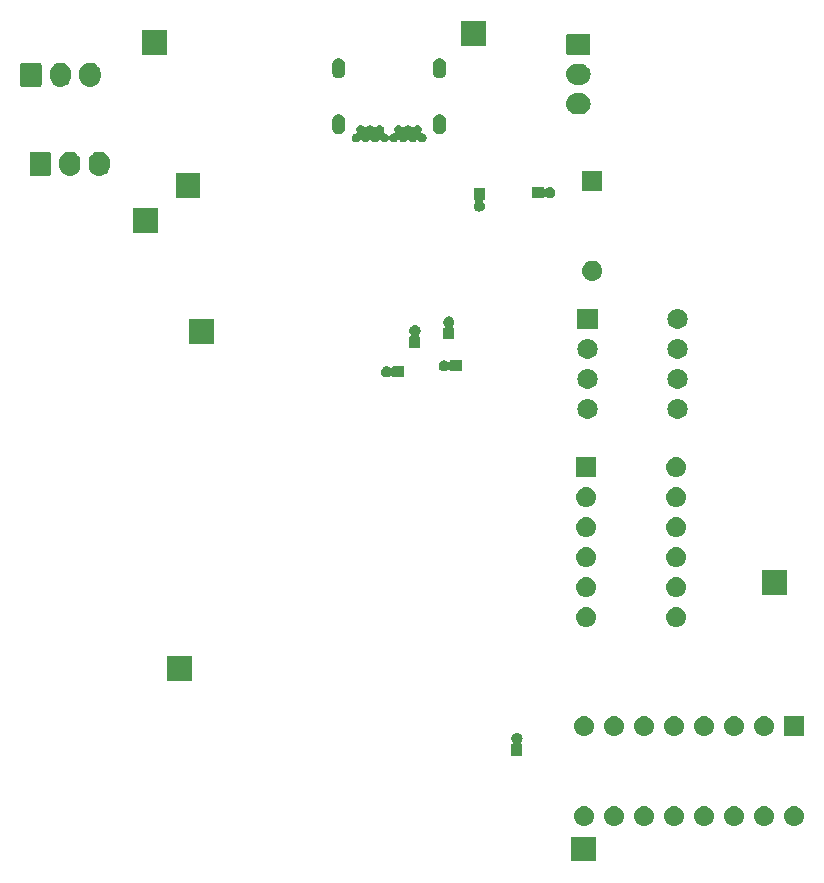
<source format=gbr>
G04 #@! TF.GenerationSoftware,KiCad,Pcbnew,(5.1.0)-1*
G04 #@! TF.CreationDate,2019-05-23T13:16:01+05:30*
G04 #@! TF.ProjectId,typec,74797065-632e-46b6-9963-61645f706362,rev?*
G04 #@! TF.SameCoordinates,Original*
G04 #@! TF.FileFunction,Soldermask,Bot*
G04 #@! TF.FilePolarity,Negative*
%FSLAX46Y46*%
G04 Gerber Fmt 4.6, Leading zero omitted, Abs format (unit mm)*
G04 Created by KiCad (PCBNEW (5.1.0)-1) date 2019-05-23 13:16:01*
%MOMM*%
%LPD*%
G04 APERTURE LIST*
%ADD10C,0.100000*%
G04 APERTURE END LIST*
D10*
G36*
X163336680Y-105335780D02*
G01*
X161234680Y-105335780D01*
X161234680Y-103233780D01*
X163336680Y-103233780D01*
X163336680Y-105335780D01*
X163336680Y-105335780D01*
G37*
G36*
X180252823Y-100659713D02*
G01*
X180413242Y-100708376D01*
X180545906Y-100779286D01*
X180561078Y-100787396D01*
X180690659Y-100893741D01*
X180797004Y-101023322D01*
X180797005Y-101023324D01*
X180876024Y-101171158D01*
X180924687Y-101331577D01*
X180941117Y-101498400D01*
X180924687Y-101665223D01*
X180876024Y-101825642D01*
X180805114Y-101958306D01*
X180797004Y-101973478D01*
X180690659Y-102103059D01*
X180561078Y-102209404D01*
X180561076Y-102209405D01*
X180413242Y-102288424D01*
X180252823Y-102337087D01*
X180127804Y-102349400D01*
X180044196Y-102349400D01*
X179919177Y-102337087D01*
X179758758Y-102288424D01*
X179610924Y-102209405D01*
X179610922Y-102209404D01*
X179481341Y-102103059D01*
X179374996Y-101973478D01*
X179366886Y-101958306D01*
X179295976Y-101825642D01*
X179247313Y-101665223D01*
X179230883Y-101498400D01*
X179247313Y-101331577D01*
X179295976Y-101171158D01*
X179374995Y-101023324D01*
X179374996Y-101023322D01*
X179481341Y-100893741D01*
X179610922Y-100787396D01*
X179626094Y-100779286D01*
X179758758Y-100708376D01*
X179919177Y-100659713D01*
X180044196Y-100647400D01*
X180127804Y-100647400D01*
X180252823Y-100659713D01*
X180252823Y-100659713D01*
G37*
G36*
X177712823Y-100659713D02*
G01*
X177873242Y-100708376D01*
X178005906Y-100779286D01*
X178021078Y-100787396D01*
X178150659Y-100893741D01*
X178257004Y-101023322D01*
X178257005Y-101023324D01*
X178336024Y-101171158D01*
X178384687Y-101331577D01*
X178401117Y-101498400D01*
X178384687Y-101665223D01*
X178336024Y-101825642D01*
X178265114Y-101958306D01*
X178257004Y-101973478D01*
X178150659Y-102103059D01*
X178021078Y-102209404D01*
X178021076Y-102209405D01*
X177873242Y-102288424D01*
X177712823Y-102337087D01*
X177587804Y-102349400D01*
X177504196Y-102349400D01*
X177379177Y-102337087D01*
X177218758Y-102288424D01*
X177070924Y-102209405D01*
X177070922Y-102209404D01*
X176941341Y-102103059D01*
X176834996Y-101973478D01*
X176826886Y-101958306D01*
X176755976Y-101825642D01*
X176707313Y-101665223D01*
X176690883Y-101498400D01*
X176707313Y-101331577D01*
X176755976Y-101171158D01*
X176834995Y-101023324D01*
X176834996Y-101023322D01*
X176941341Y-100893741D01*
X177070922Y-100787396D01*
X177086094Y-100779286D01*
X177218758Y-100708376D01*
X177379177Y-100659713D01*
X177504196Y-100647400D01*
X177587804Y-100647400D01*
X177712823Y-100659713D01*
X177712823Y-100659713D01*
G37*
G36*
X175172823Y-100659713D02*
G01*
X175333242Y-100708376D01*
X175465906Y-100779286D01*
X175481078Y-100787396D01*
X175610659Y-100893741D01*
X175717004Y-101023322D01*
X175717005Y-101023324D01*
X175796024Y-101171158D01*
X175844687Y-101331577D01*
X175861117Y-101498400D01*
X175844687Y-101665223D01*
X175796024Y-101825642D01*
X175725114Y-101958306D01*
X175717004Y-101973478D01*
X175610659Y-102103059D01*
X175481078Y-102209404D01*
X175481076Y-102209405D01*
X175333242Y-102288424D01*
X175172823Y-102337087D01*
X175047804Y-102349400D01*
X174964196Y-102349400D01*
X174839177Y-102337087D01*
X174678758Y-102288424D01*
X174530924Y-102209405D01*
X174530922Y-102209404D01*
X174401341Y-102103059D01*
X174294996Y-101973478D01*
X174286886Y-101958306D01*
X174215976Y-101825642D01*
X174167313Y-101665223D01*
X174150883Y-101498400D01*
X174167313Y-101331577D01*
X174215976Y-101171158D01*
X174294995Y-101023324D01*
X174294996Y-101023322D01*
X174401341Y-100893741D01*
X174530922Y-100787396D01*
X174546094Y-100779286D01*
X174678758Y-100708376D01*
X174839177Y-100659713D01*
X174964196Y-100647400D01*
X175047804Y-100647400D01*
X175172823Y-100659713D01*
X175172823Y-100659713D01*
G37*
G36*
X172632823Y-100659713D02*
G01*
X172793242Y-100708376D01*
X172925906Y-100779286D01*
X172941078Y-100787396D01*
X173070659Y-100893741D01*
X173177004Y-101023322D01*
X173177005Y-101023324D01*
X173256024Y-101171158D01*
X173304687Y-101331577D01*
X173321117Y-101498400D01*
X173304687Y-101665223D01*
X173256024Y-101825642D01*
X173185114Y-101958306D01*
X173177004Y-101973478D01*
X173070659Y-102103059D01*
X172941078Y-102209404D01*
X172941076Y-102209405D01*
X172793242Y-102288424D01*
X172632823Y-102337087D01*
X172507804Y-102349400D01*
X172424196Y-102349400D01*
X172299177Y-102337087D01*
X172138758Y-102288424D01*
X171990924Y-102209405D01*
X171990922Y-102209404D01*
X171861341Y-102103059D01*
X171754996Y-101973478D01*
X171746886Y-101958306D01*
X171675976Y-101825642D01*
X171627313Y-101665223D01*
X171610883Y-101498400D01*
X171627313Y-101331577D01*
X171675976Y-101171158D01*
X171754995Y-101023324D01*
X171754996Y-101023322D01*
X171861341Y-100893741D01*
X171990922Y-100787396D01*
X172006094Y-100779286D01*
X172138758Y-100708376D01*
X172299177Y-100659713D01*
X172424196Y-100647400D01*
X172507804Y-100647400D01*
X172632823Y-100659713D01*
X172632823Y-100659713D01*
G37*
G36*
X167552823Y-100659713D02*
G01*
X167713242Y-100708376D01*
X167845906Y-100779286D01*
X167861078Y-100787396D01*
X167990659Y-100893741D01*
X168097004Y-101023322D01*
X168097005Y-101023324D01*
X168176024Y-101171158D01*
X168224687Y-101331577D01*
X168241117Y-101498400D01*
X168224687Y-101665223D01*
X168176024Y-101825642D01*
X168105114Y-101958306D01*
X168097004Y-101973478D01*
X167990659Y-102103059D01*
X167861078Y-102209404D01*
X167861076Y-102209405D01*
X167713242Y-102288424D01*
X167552823Y-102337087D01*
X167427804Y-102349400D01*
X167344196Y-102349400D01*
X167219177Y-102337087D01*
X167058758Y-102288424D01*
X166910924Y-102209405D01*
X166910922Y-102209404D01*
X166781341Y-102103059D01*
X166674996Y-101973478D01*
X166666886Y-101958306D01*
X166595976Y-101825642D01*
X166547313Y-101665223D01*
X166530883Y-101498400D01*
X166547313Y-101331577D01*
X166595976Y-101171158D01*
X166674995Y-101023324D01*
X166674996Y-101023322D01*
X166781341Y-100893741D01*
X166910922Y-100787396D01*
X166926094Y-100779286D01*
X167058758Y-100708376D01*
X167219177Y-100659713D01*
X167344196Y-100647400D01*
X167427804Y-100647400D01*
X167552823Y-100659713D01*
X167552823Y-100659713D01*
G37*
G36*
X170092823Y-100659713D02*
G01*
X170253242Y-100708376D01*
X170385906Y-100779286D01*
X170401078Y-100787396D01*
X170530659Y-100893741D01*
X170637004Y-101023322D01*
X170637005Y-101023324D01*
X170716024Y-101171158D01*
X170764687Y-101331577D01*
X170781117Y-101498400D01*
X170764687Y-101665223D01*
X170716024Y-101825642D01*
X170645114Y-101958306D01*
X170637004Y-101973478D01*
X170530659Y-102103059D01*
X170401078Y-102209404D01*
X170401076Y-102209405D01*
X170253242Y-102288424D01*
X170092823Y-102337087D01*
X169967804Y-102349400D01*
X169884196Y-102349400D01*
X169759177Y-102337087D01*
X169598758Y-102288424D01*
X169450924Y-102209405D01*
X169450922Y-102209404D01*
X169321341Y-102103059D01*
X169214996Y-101973478D01*
X169206886Y-101958306D01*
X169135976Y-101825642D01*
X169087313Y-101665223D01*
X169070883Y-101498400D01*
X169087313Y-101331577D01*
X169135976Y-101171158D01*
X169214995Y-101023324D01*
X169214996Y-101023322D01*
X169321341Y-100893741D01*
X169450922Y-100787396D01*
X169466094Y-100779286D01*
X169598758Y-100708376D01*
X169759177Y-100659713D01*
X169884196Y-100647400D01*
X169967804Y-100647400D01*
X170092823Y-100659713D01*
X170092823Y-100659713D01*
G37*
G36*
X162472823Y-100659713D02*
G01*
X162633242Y-100708376D01*
X162765906Y-100779286D01*
X162781078Y-100787396D01*
X162910659Y-100893741D01*
X163017004Y-101023322D01*
X163017005Y-101023324D01*
X163096024Y-101171158D01*
X163144687Y-101331577D01*
X163161117Y-101498400D01*
X163144687Y-101665223D01*
X163096024Y-101825642D01*
X163025114Y-101958306D01*
X163017004Y-101973478D01*
X162910659Y-102103059D01*
X162781078Y-102209404D01*
X162781076Y-102209405D01*
X162633242Y-102288424D01*
X162472823Y-102337087D01*
X162347804Y-102349400D01*
X162264196Y-102349400D01*
X162139177Y-102337087D01*
X161978758Y-102288424D01*
X161830924Y-102209405D01*
X161830922Y-102209404D01*
X161701341Y-102103059D01*
X161594996Y-101973478D01*
X161586886Y-101958306D01*
X161515976Y-101825642D01*
X161467313Y-101665223D01*
X161450883Y-101498400D01*
X161467313Y-101331577D01*
X161515976Y-101171158D01*
X161594995Y-101023324D01*
X161594996Y-101023322D01*
X161701341Y-100893741D01*
X161830922Y-100787396D01*
X161846094Y-100779286D01*
X161978758Y-100708376D01*
X162139177Y-100659713D01*
X162264196Y-100647400D01*
X162347804Y-100647400D01*
X162472823Y-100659713D01*
X162472823Y-100659713D01*
G37*
G36*
X165012823Y-100659713D02*
G01*
X165173242Y-100708376D01*
X165305906Y-100779286D01*
X165321078Y-100787396D01*
X165450659Y-100893741D01*
X165557004Y-101023322D01*
X165557005Y-101023324D01*
X165636024Y-101171158D01*
X165684687Y-101331577D01*
X165701117Y-101498400D01*
X165684687Y-101665223D01*
X165636024Y-101825642D01*
X165565114Y-101958306D01*
X165557004Y-101973478D01*
X165450659Y-102103059D01*
X165321078Y-102209404D01*
X165321076Y-102209405D01*
X165173242Y-102288424D01*
X165012823Y-102337087D01*
X164887804Y-102349400D01*
X164804196Y-102349400D01*
X164679177Y-102337087D01*
X164518758Y-102288424D01*
X164370924Y-102209405D01*
X164370922Y-102209404D01*
X164241341Y-102103059D01*
X164134996Y-101973478D01*
X164126886Y-101958306D01*
X164055976Y-101825642D01*
X164007313Y-101665223D01*
X163990883Y-101498400D01*
X164007313Y-101331577D01*
X164055976Y-101171158D01*
X164134995Y-101023324D01*
X164134996Y-101023322D01*
X164241341Y-100893741D01*
X164370922Y-100787396D01*
X164386094Y-100779286D01*
X164518758Y-100708376D01*
X164679177Y-100659713D01*
X164804196Y-100647400D01*
X164887804Y-100647400D01*
X165012823Y-100659713D01*
X165012823Y-100659713D01*
G37*
G36*
X156709712Y-94441287D02*
G01*
X156799439Y-94468506D01*
X156882131Y-94512706D01*
X156954611Y-94572189D01*
X157014094Y-94644669D01*
X157058294Y-94727361D01*
X157085513Y-94817088D01*
X157094703Y-94910400D01*
X157085513Y-95003712D01*
X157058294Y-95093439D01*
X157014094Y-95176131D01*
X156969794Y-95230111D01*
X156956186Y-95250477D01*
X156946808Y-95273116D01*
X156942028Y-95297149D01*
X156942028Y-95321653D01*
X156946808Y-95345686D01*
X156956186Y-95368325D01*
X156969800Y-95388700D01*
X156987127Y-95406027D01*
X157007501Y-95419640D01*
X157030140Y-95429018D01*
X157066425Y-95434400D01*
X157092400Y-95434400D01*
X157092400Y-96386400D01*
X156140400Y-96386400D01*
X156140400Y-95434400D01*
X156166375Y-95434400D01*
X156190761Y-95431998D01*
X156214210Y-95424885D01*
X156235821Y-95413334D01*
X156254763Y-95397789D01*
X156270308Y-95378847D01*
X156281859Y-95357236D01*
X156288972Y-95333787D01*
X156291374Y-95309401D01*
X156288972Y-95285015D01*
X156281859Y-95261566D01*
X156263004Y-95230108D01*
X156218706Y-95176131D01*
X156174506Y-95093439D01*
X156147287Y-95003712D01*
X156138097Y-94910400D01*
X156147287Y-94817088D01*
X156174506Y-94727361D01*
X156218706Y-94644669D01*
X156278189Y-94572189D01*
X156350669Y-94512706D01*
X156433361Y-94468506D01*
X156523088Y-94441287D01*
X156593016Y-94434400D01*
X156639784Y-94434400D01*
X156709712Y-94441287D01*
X156709712Y-94441287D01*
G37*
G36*
X177712823Y-93039713D02*
G01*
X177873242Y-93088376D01*
X178005906Y-93159286D01*
X178021078Y-93167396D01*
X178150659Y-93273741D01*
X178257004Y-93403322D01*
X178257005Y-93403324D01*
X178336024Y-93551158D01*
X178384687Y-93711577D01*
X178401117Y-93878400D01*
X178384687Y-94045223D01*
X178336024Y-94205642D01*
X178265114Y-94338306D01*
X178257004Y-94353478D01*
X178150659Y-94483059D01*
X178021078Y-94589404D01*
X178021076Y-94589405D01*
X177873242Y-94668424D01*
X177712823Y-94717087D01*
X177587804Y-94729400D01*
X177504196Y-94729400D01*
X177379177Y-94717087D01*
X177218758Y-94668424D01*
X177070924Y-94589405D01*
X177070922Y-94589404D01*
X176941341Y-94483059D01*
X176834996Y-94353478D01*
X176826886Y-94338306D01*
X176755976Y-94205642D01*
X176707313Y-94045223D01*
X176690883Y-93878400D01*
X176707313Y-93711577D01*
X176755976Y-93551158D01*
X176834995Y-93403324D01*
X176834996Y-93403322D01*
X176941341Y-93273741D01*
X177070922Y-93167396D01*
X177086094Y-93159286D01*
X177218758Y-93088376D01*
X177379177Y-93039713D01*
X177504196Y-93027400D01*
X177587804Y-93027400D01*
X177712823Y-93039713D01*
X177712823Y-93039713D01*
G37*
G36*
X180937000Y-94729400D02*
G01*
X179235000Y-94729400D01*
X179235000Y-93027400D01*
X180937000Y-93027400D01*
X180937000Y-94729400D01*
X180937000Y-94729400D01*
G37*
G36*
X162472823Y-93039713D02*
G01*
X162633242Y-93088376D01*
X162765906Y-93159286D01*
X162781078Y-93167396D01*
X162910659Y-93273741D01*
X163017004Y-93403322D01*
X163017005Y-93403324D01*
X163096024Y-93551158D01*
X163144687Y-93711577D01*
X163161117Y-93878400D01*
X163144687Y-94045223D01*
X163096024Y-94205642D01*
X163025114Y-94338306D01*
X163017004Y-94353478D01*
X162910659Y-94483059D01*
X162781078Y-94589404D01*
X162781076Y-94589405D01*
X162633242Y-94668424D01*
X162472823Y-94717087D01*
X162347804Y-94729400D01*
X162264196Y-94729400D01*
X162139177Y-94717087D01*
X161978758Y-94668424D01*
X161830924Y-94589405D01*
X161830922Y-94589404D01*
X161701341Y-94483059D01*
X161594996Y-94353478D01*
X161586886Y-94338306D01*
X161515976Y-94205642D01*
X161467313Y-94045223D01*
X161450883Y-93878400D01*
X161467313Y-93711577D01*
X161515976Y-93551158D01*
X161594995Y-93403324D01*
X161594996Y-93403322D01*
X161701341Y-93273741D01*
X161830922Y-93167396D01*
X161846094Y-93159286D01*
X161978758Y-93088376D01*
X162139177Y-93039713D01*
X162264196Y-93027400D01*
X162347804Y-93027400D01*
X162472823Y-93039713D01*
X162472823Y-93039713D01*
G37*
G36*
X175172823Y-93039713D02*
G01*
X175333242Y-93088376D01*
X175465906Y-93159286D01*
X175481078Y-93167396D01*
X175610659Y-93273741D01*
X175717004Y-93403322D01*
X175717005Y-93403324D01*
X175796024Y-93551158D01*
X175844687Y-93711577D01*
X175861117Y-93878400D01*
X175844687Y-94045223D01*
X175796024Y-94205642D01*
X175725114Y-94338306D01*
X175717004Y-94353478D01*
X175610659Y-94483059D01*
X175481078Y-94589404D01*
X175481076Y-94589405D01*
X175333242Y-94668424D01*
X175172823Y-94717087D01*
X175047804Y-94729400D01*
X174964196Y-94729400D01*
X174839177Y-94717087D01*
X174678758Y-94668424D01*
X174530924Y-94589405D01*
X174530922Y-94589404D01*
X174401341Y-94483059D01*
X174294996Y-94353478D01*
X174286886Y-94338306D01*
X174215976Y-94205642D01*
X174167313Y-94045223D01*
X174150883Y-93878400D01*
X174167313Y-93711577D01*
X174215976Y-93551158D01*
X174294995Y-93403324D01*
X174294996Y-93403322D01*
X174401341Y-93273741D01*
X174530922Y-93167396D01*
X174546094Y-93159286D01*
X174678758Y-93088376D01*
X174839177Y-93039713D01*
X174964196Y-93027400D01*
X175047804Y-93027400D01*
X175172823Y-93039713D01*
X175172823Y-93039713D01*
G37*
G36*
X165012823Y-93039713D02*
G01*
X165173242Y-93088376D01*
X165305906Y-93159286D01*
X165321078Y-93167396D01*
X165450659Y-93273741D01*
X165557004Y-93403322D01*
X165557005Y-93403324D01*
X165636024Y-93551158D01*
X165684687Y-93711577D01*
X165701117Y-93878400D01*
X165684687Y-94045223D01*
X165636024Y-94205642D01*
X165565114Y-94338306D01*
X165557004Y-94353478D01*
X165450659Y-94483059D01*
X165321078Y-94589404D01*
X165321076Y-94589405D01*
X165173242Y-94668424D01*
X165012823Y-94717087D01*
X164887804Y-94729400D01*
X164804196Y-94729400D01*
X164679177Y-94717087D01*
X164518758Y-94668424D01*
X164370924Y-94589405D01*
X164370922Y-94589404D01*
X164241341Y-94483059D01*
X164134996Y-94353478D01*
X164126886Y-94338306D01*
X164055976Y-94205642D01*
X164007313Y-94045223D01*
X163990883Y-93878400D01*
X164007313Y-93711577D01*
X164055976Y-93551158D01*
X164134995Y-93403324D01*
X164134996Y-93403322D01*
X164241341Y-93273741D01*
X164370922Y-93167396D01*
X164386094Y-93159286D01*
X164518758Y-93088376D01*
X164679177Y-93039713D01*
X164804196Y-93027400D01*
X164887804Y-93027400D01*
X165012823Y-93039713D01*
X165012823Y-93039713D01*
G37*
G36*
X172632823Y-93039713D02*
G01*
X172793242Y-93088376D01*
X172925906Y-93159286D01*
X172941078Y-93167396D01*
X173070659Y-93273741D01*
X173177004Y-93403322D01*
X173177005Y-93403324D01*
X173256024Y-93551158D01*
X173304687Y-93711577D01*
X173321117Y-93878400D01*
X173304687Y-94045223D01*
X173256024Y-94205642D01*
X173185114Y-94338306D01*
X173177004Y-94353478D01*
X173070659Y-94483059D01*
X172941078Y-94589404D01*
X172941076Y-94589405D01*
X172793242Y-94668424D01*
X172632823Y-94717087D01*
X172507804Y-94729400D01*
X172424196Y-94729400D01*
X172299177Y-94717087D01*
X172138758Y-94668424D01*
X171990924Y-94589405D01*
X171990922Y-94589404D01*
X171861341Y-94483059D01*
X171754996Y-94353478D01*
X171746886Y-94338306D01*
X171675976Y-94205642D01*
X171627313Y-94045223D01*
X171610883Y-93878400D01*
X171627313Y-93711577D01*
X171675976Y-93551158D01*
X171754995Y-93403324D01*
X171754996Y-93403322D01*
X171861341Y-93273741D01*
X171990922Y-93167396D01*
X172006094Y-93159286D01*
X172138758Y-93088376D01*
X172299177Y-93039713D01*
X172424196Y-93027400D01*
X172507804Y-93027400D01*
X172632823Y-93039713D01*
X172632823Y-93039713D01*
G37*
G36*
X167552823Y-93039713D02*
G01*
X167713242Y-93088376D01*
X167845906Y-93159286D01*
X167861078Y-93167396D01*
X167990659Y-93273741D01*
X168097004Y-93403322D01*
X168097005Y-93403324D01*
X168176024Y-93551158D01*
X168224687Y-93711577D01*
X168241117Y-93878400D01*
X168224687Y-94045223D01*
X168176024Y-94205642D01*
X168105114Y-94338306D01*
X168097004Y-94353478D01*
X167990659Y-94483059D01*
X167861078Y-94589404D01*
X167861076Y-94589405D01*
X167713242Y-94668424D01*
X167552823Y-94717087D01*
X167427804Y-94729400D01*
X167344196Y-94729400D01*
X167219177Y-94717087D01*
X167058758Y-94668424D01*
X166910924Y-94589405D01*
X166910922Y-94589404D01*
X166781341Y-94483059D01*
X166674996Y-94353478D01*
X166666886Y-94338306D01*
X166595976Y-94205642D01*
X166547313Y-94045223D01*
X166530883Y-93878400D01*
X166547313Y-93711577D01*
X166595976Y-93551158D01*
X166674995Y-93403324D01*
X166674996Y-93403322D01*
X166781341Y-93273741D01*
X166910922Y-93167396D01*
X166926094Y-93159286D01*
X167058758Y-93088376D01*
X167219177Y-93039713D01*
X167344196Y-93027400D01*
X167427804Y-93027400D01*
X167552823Y-93039713D01*
X167552823Y-93039713D01*
G37*
G36*
X170092823Y-93039713D02*
G01*
X170253242Y-93088376D01*
X170385906Y-93159286D01*
X170401078Y-93167396D01*
X170530659Y-93273741D01*
X170637004Y-93403322D01*
X170637005Y-93403324D01*
X170716024Y-93551158D01*
X170764687Y-93711577D01*
X170781117Y-93878400D01*
X170764687Y-94045223D01*
X170716024Y-94205642D01*
X170645114Y-94338306D01*
X170637004Y-94353478D01*
X170530659Y-94483059D01*
X170401078Y-94589404D01*
X170401076Y-94589405D01*
X170253242Y-94668424D01*
X170092823Y-94717087D01*
X169967804Y-94729400D01*
X169884196Y-94729400D01*
X169759177Y-94717087D01*
X169598758Y-94668424D01*
X169450924Y-94589405D01*
X169450922Y-94589404D01*
X169321341Y-94483059D01*
X169214996Y-94353478D01*
X169206886Y-94338306D01*
X169135976Y-94205642D01*
X169087313Y-94045223D01*
X169070883Y-93878400D01*
X169087313Y-93711577D01*
X169135976Y-93551158D01*
X169214995Y-93403324D01*
X169214996Y-93403322D01*
X169321341Y-93273741D01*
X169450922Y-93167396D01*
X169466094Y-93159286D01*
X169598758Y-93088376D01*
X169759177Y-93039713D01*
X169884196Y-93027400D01*
X169967804Y-93027400D01*
X170092823Y-93039713D01*
X170092823Y-93039713D01*
G37*
G36*
X129121860Y-90083520D02*
G01*
X127019860Y-90083520D01*
X127019860Y-87981520D01*
X129121860Y-87981520D01*
X129121860Y-90083520D01*
X129121860Y-90083520D01*
G37*
G36*
X170270623Y-83819513D02*
G01*
X170431042Y-83868176D01*
X170563706Y-83939086D01*
X170578878Y-83947196D01*
X170708459Y-84053541D01*
X170814804Y-84183122D01*
X170814805Y-84183124D01*
X170893824Y-84330958D01*
X170942487Y-84491377D01*
X170958917Y-84658200D01*
X170942487Y-84825023D01*
X170893824Y-84985442D01*
X170822914Y-85118106D01*
X170814804Y-85133278D01*
X170708459Y-85262859D01*
X170578878Y-85369204D01*
X170578876Y-85369205D01*
X170431042Y-85448224D01*
X170270623Y-85496887D01*
X170145604Y-85509200D01*
X170061996Y-85509200D01*
X169936977Y-85496887D01*
X169776558Y-85448224D01*
X169628724Y-85369205D01*
X169628722Y-85369204D01*
X169499141Y-85262859D01*
X169392796Y-85133278D01*
X169384686Y-85118106D01*
X169313776Y-84985442D01*
X169265113Y-84825023D01*
X169248683Y-84658200D01*
X169265113Y-84491377D01*
X169313776Y-84330958D01*
X169392795Y-84183124D01*
X169392796Y-84183122D01*
X169499141Y-84053541D01*
X169628722Y-83947196D01*
X169643894Y-83939086D01*
X169776558Y-83868176D01*
X169936977Y-83819513D01*
X170061996Y-83807200D01*
X170145604Y-83807200D01*
X170270623Y-83819513D01*
X170270623Y-83819513D01*
G37*
G36*
X162650623Y-83819513D02*
G01*
X162811042Y-83868176D01*
X162943706Y-83939086D01*
X162958878Y-83947196D01*
X163088459Y-84053541D01*
X163194804Y-84183122D01*
X163194805Y-84183124D01*
X163273824Y-84330958D01*
X163322487Y-84491377D01*
X163338917Y-84658200D01*
X163322487Y-84825023D01*
X163273824Y-84985442D01*
X163202914Y-85118106D01*
X163194804Y-85133278D01*
X163088459Y-85262859D01*
X162958878Y-85369204D01*
X162958876Y-85369205D01*
X162811042Y-85448224D01*
X162650623Y-85496887D01*
X162525604Y-85509200D01*
X162441996Y-85509200D01*
X162316977Y-85496887D01*
X162156558Y-85448224D01*
X162008724Y-85369205D01*
X162008722Y-85369204D01*
X161879141Y-85262859D01*
X161772796Y-85133278D01*
X161764686Y-85118106D01*
X161693776Y-84985442D01*
X161645113Y-84825023D01*
X161628683Y-84658200D01*
X161645113Y-84491377D01*
X161693776Y-84330958D01*
X161772795Y-84183124D01*
X161772796Y-84183122D01*
X161879141Y-84053541D01*
X162008722Y-83947196D01*
X162023894Y-83939086D01*
X162156558Y-83868176D01*
X162316977Y-83819513D01*
X162441996Y-83807200D01*
X162525604Y-83807200D01*
X162650623Y-83819513D01*
X162650623Y-83819513D01*
G37*
G36*
X162650623Y-81279513D02*
G01*
X162811042Y-81328176D01*
X162943706Y-81399086D01*
X162958878Y-81407196D01*
X163088459Y-81513541D01*
X163194804Y-81643122D01*
X163194805Y-81643124D01*
X163273824Y-81790958D01*
X163322487Y-81951377D01*
X163338917Y-82118200D01*
X163322487Y-82285023D01*
X163273824Y-82445442D01*
X163202914Y-82578106D01*
X163194804Y-82593278D01*
X163088459Y-82722859D01*
X162958878Y-82829204D01*
X162958876Y-82829205D01*
X162811042Y-82908224D01*
X162650623Y-82956887D01*
X162525604Y-82969200D01*
X162441996Y-82969200D01*
X162316977Y-82956887D01*
X162156558Y-82908224D01*
X162008724Y-82829205D01*
X162008722Y-82829204D01*
X161879141Y-82722859D01*
X161772796Y-82593278D01*
X161764686Y-82578106D01*
X161693776Y-82445442D01*
X161645113Y-82285023D01*
X161628683Y-82118200D01*
X161645113Y-81951377D01*
X161693776Y-81790958D01*
X161772795Y-81643124D01*
X161772796Y-81643122D01*
X161879141Y-81513541D01*
X162008722Y-81407196D01*
X162023894Y-81399086D01*
X162156558Y-81328176D01*
X162316977Y-81279513D01*
X162441996Y-81267200D01*
X162525604Y-81267200D01*
X162650623Y-81279513D01*
X162650623Y-81279513D01*
G37*
G36*
X170270623Y-81279513D02*
G01*
X170431042Y-81328176D01*
X170563706Y-81399086D01*
X170578878Y-81407196D01*
X170708459Y-81513541D01*
X170814804Y-81643122D01*
X170814805Y-81643124D01*
X170893824Y-81790958D01*
X170942487Y-81951377D01*
X170958917Y-82118200D01*
X170942487Y-82285023D01*
X170893824Y-82445442D01*
X170822914Y-82578106D01*
X170814804Y-82593278D01*
X170708459Y-82722859D01*
X170578878Y-82829204D01*
X170578876Y-82829205D01*
X170431042Y-82908224D01*
X170270623Y-82956887D01*
X170145604Y-82969200D01*
X170061996Y-82969200D01*
X169936977Y-82956887D01*
X169776558Y-82908224D01*
X169628724Y-82829205D01*
X169628722Y-82829204D01*
X169499141Y-82722859D01*
X169392796Y-82593278D01*
X169384686Y-82578106D01*
X169313776Y-82445442D01*
X169265113Y-82285023D01*
X169248683Y-82118200D01*
X169265113Y-81951377D01*
X169313776Y-81790958D01*
X169392795Y-81643124D01*
X169392796Y-81643122D01*
X169499141Y-81513541D01*
X169628722Y-81407196D01*
X169643894Y-81399086D01*
X169776558Y-81328176D01*
X169936977Y-81279513D01*
X170061996Y-81267200D01*
X170145604Y-81267200D01*
X170270623Y-81279513D01*
X170270623Y-81279513D01*
G37*
G36*
X179460600Y-82788200D02*
G01*
X177358600Y-82788200D01*
X177358600Y-80686200D01*
X179460600Y-80686200D01*
X179460600Y-82788200D01*
X179460600Y-82788200D01*
G37*
G36*
X162650623Y-78739513D02*
G01*
X162811042Y-78788176D01*
X162943706Y-78859086D01*
X162958878Y-78867196D01*
X163088459Y-78973541D01*
X163194804Y-79103122D01*
X163194805Y-79103124D01*
X163273824Y-79250958D01*
X163322487Y-79411377D01*
X163338917Y-79578200D01*
X163322487Y-79745023D01*
X163273824Y-79905442D01*
X163202914Y-80038106D01*
X163194804Y-80053278D01*
X163088459Y-80182859D01*
X162958878Y-80289204D01*
X162958876Y-80289205D01*
X162811042Y-80368224D01*
X162650623Y-80416887D01*
X162525604Y-80429200D01*
X162441996Y-80429200D01*
X162316977Y-80416887D01*
X162156558Y-80368224D01*
X162008724Y-80289205D01*
X162008722Y-80289204D01*
X161879141Y-80182859D01*
X161772796Y-80053278D01*
X161764686Y-80038106D01*
X161693776Y-79905442D01*
X161645113Y-79745023D01*
X161628683Y-79578200D01*
X161645113Y-79411377D01*
X161693776Y-79250958D01*
X161772795Y-79103124D01*
X161772796Y-79103122D01*
X161879141Y-78973541D01*
X162008722Y-78867196D01*
X162023894Y-78859086D01*
X162156558Y-78788176D01*
X162316977Y-78739513D01*
X162441996Y-78727200D01*
X162525604Y-78727200D01*
X162650623Y-78739513D01*
X162650623Y-78739513D01*
G37*
G36*
X170270623Y-78739513D02*
G01*
X170431042Y-78788176D01*
X170563706Y-78859086D01*
X170578878Y-78867196D01*
X170708459Y-78973541D01*
X170814804Y-79103122D01*
X170814805Y-79103124D01*
X170893824Y-79250958D01*
X170942487Y-79411377D01*
X170958917Y-79578200D01*
X170942487Y-79745023D01*
X170893824Y-79905442D01*
X170822914Y-80038106D01*
X170814804Y-80053278D01*
X170708459Y-80182859D01*
X170578878Y-80289204D01*
X170578876Y-80289205D01*
X170431042Y-80368224D01*
X170270623Y-80416887D01*
X170145604Y-80429200D01*
X170061996Y-80429200D01*
X169936977Y-80416887D01*
X169776558Y-80368224D01*
X169628724Y-80289205D01*
X169628722Y-80289204D01*
X169499141Y-80182859D01*
X169392796Y-80053278D01*
X169384686Y-80038106D01*
X169313776Y-79905442D01*
X169265113Y-79745023D01*
X169248683Y-79578200D01*
X169265113Y-79411377D01*
X169313776Y-79250958D01*
X169392795Y-79103124D01*
X169392796Y-79103122D01*
X169499141Y-78973541D01*
X169628722Y-78867196D01*
X169643894Y-78859086D01*
X169776558Y-78788176D01*
X169936977Y-78739513D01*
X170061996Y-78727200D01*
X170145604Y-78727200D01*
X170270623Y-78739513D01*
X170270623Y-78739513D01*
G37*
G36*
X162650623Y-76199513D02*
G01*
X162811042Y-76248176D01*
X162943706Y-76319086D01*
X162958878Y-76327196D01*
X163088459Y-76433541D01*
X163194804Y-76563122D01*
X163194805Y-76563124D01*
X163273824Y-76710958D01*
X163322487Y-76871377D01*
X163338917Y-77038200D01*
X163322487Y-77205023D01*
X163273824Y-77365442D01*
X163202914Y-77498106D01*
X163194804Y-77513278D01*
X163088459Y-77642859D01*
X162958878Y-77749204D01*
X162958876Y-77749205D01*
X162811042Y-77828224D01*
X162650623Y-77876887D01*
X162525604Y-77889200D01*
X162441996Y-77889200D01*
X162316977Y-77876887D01*
X162156558Y-77828224D01*
X162008724Y-77749205D01*
X162008722Y-77749204D01*
X161879141Y-77642859D01*
X161772796Y-77513278D01*
X161764686Y-77498106D01*
X161693776Y-77365442D01*
X161645113Y-77205023D01*
X161628683Y-77038200D01*
X161645113Y-76871377D01*
X161693776Y-76710958D01*
X161772795Y-76563124D01*
X161772796Y-76563122D01*
X161879141Y-76433541D01*
X162008722Y-76327196D01*
X162023894Y-76319086D01*
X162156558Y-76248176D01*
X162316977Y-76199513D01*
X162441996Y-76187200D01*
X162525604Y-76187200D01*
X162650623Y-76199513D01*
X162650623Y-76199513D01*
G37*
G36*
X170270623Y-76199513D02*
G01*
X170431042Y-76248176D01*
X170563706Y-76319086D01*
X170578878Y-76327196D01*
X170708459Y-76433541D01*
X170814804Y-76563122D01*
X170814805Y-76563124D01*
X170893824Y-76710958D01*
X170942487Y-76871377D01*
X170958917Y-77038200D01*
X170942487Y-77205023D01*
X170893824Y-77365442D01*
X170822914Y-77498106D01*
X170814804Y-77513278D01*
X170708459Y-77642859D01*
X170578878Y-77749204D01*
X170578876Y-77749205D01*
X170431042Y-77828224D01*
X170270623Y-77876887D01*
X170145604Y-77889200D01*
X170061996Y-77889200D01*
X169936977Y-77876887D01*
X169776558Y-77828224D01*
X169628724Y-77749205D01*
X169628722Y-77749204D01*
X169499141Y-77642859D01*
X169392796Y-77513278D01*
X169384686Y-77498106D01*
X169313776Y-77365442D01*
X169265113Y-77205023D01*
X169248683Y-77038200D01*
X169265113Y-76871377D01*
X169313776Y-76710958D01*
X169392795Y-76563124D01*
X169392796Y-76563122D01*
X169499141Y-76433541D01*
X169628722Y-76327196D01*
X169643894Y-76319086D01*
X169776558Y-76248176D01*
X169936977Y-76199513D01*
X170061996Y-76187200D01*
X170145604Y-76187200D01*
X170270623Y-76199513D01*
X170270623Y-76199513D01*
G37*
G36*
X170270623Y-73659513D02*
G01*
X170431042Y-73708176D01*
X170563706Y-73779086D01*
X170578878Y-73787196D01*
X170708459Y-73893541D01*
X170814804Y-74023122D01*
X170814805Y-74023124D01*
X170893824Y-74170958D01*
X170942487Y-74331377D01*
X170958917Y-74498200D01*
X170942487Y-74665023D01*
X170893824Y-74825442D01*
X170822914Y-74958106D01*
X170814804Y-74973278D01*
X170708459Y-75102859D01*
X170578878Y-75209204D01*
X170578876Y-75209205D01*
X170431042Y-75288224D01*
X170270623Y-75336887D01*
X170145604Y-75349200D01*
X170061996Y-75349200D01*
X169936977Y-75336887D01*
X169776558Y-75288224D01*
X169628724Y-75209205D01*
X169628722Y-75209204D01*
X169499141Y-75102859D01*
X169392796Y-74973278D01*
X169384686Y-74958106D01*
X169313776Y-74825442D01*
X169265113Y-74665023D01*
X169248683Y-74498200D01*
X169265113Y-74331377D01*
X169313776Y-74170958D01*
X169392795Y-74023124D01*
X169392796Y-74023122D01*
X169499141Y-73893541D01*
X169628722Y-73787196D01*
X169643894Y-73779086D01*
X169776558Y-73708176D01*
X169936977Y-73659513D01*
X170061996Y-73647200D01*
X170145604Y-73647200D01*
X170270623Y-73659513D01*
X170270623Y-73659513D01*
G37*
G36*
X162650623Y-73659513D02*
G01*
X162811042Y-73708176D01*
X162943706Y-73779086D01*
X162958878Y-73787196D01*
X163088459Y-73893541D01*
X163194804Y-74023122D01*
X163194805Y-74023124D01*
X163273824Y-74170958D01*
X163322487Y-74331377D01*
X163338917Y-74498200D01*
X163322487Y-74665023D01*
X163273824Y-74825442D01*
X163202914Y-74958106D01*
X163194804Y-74973278D01*
X163088459Y-75102859D01*
X162958878Y-75209204D01*
X162958876Y-75209205D01*
X162811042Y-75288224D01*
X162650623Y-75336887D01*
X162525604Y-75349200D01*
X162441996Y-75349200D01*
X162316977Y-75336887D01*
X162156558Y-75288224D01*
X162008724Y-75209205D01*
X162008722Y-75209204D01*
X161879141Y-75102859D01*
X161772796Y-74973278D01*
X161764686Y-74958106D01*
X161693776Y-74825442D01*
X161645113Y-74665023D01*
X161628683Y-74498200D01*
X161645113Y-74331377D01*
X161693776Y-74170958D01*
X161772795Y-74023124D01*
X161772796Y-74023122D01*
X161879141Y-73893541D01*
X162008722Y-73787196D01*
X162023894Y-73779086D01*
X162156558Y-73708176D01*
X162316977Y-73659513D01*
X162441996Y-73647200D01*
X162525604Y-73647200D01*
X162650623Y-73659513D01*
X162650623Y-73659513D01*
G37*
G36*
X170270623Y-71119513D02*
G01*
X170431042Y-71168176D01*
X170563706Y-71239086D01*
X170578878Y-71247196D01*
X170708459Y-71353541D01*
X170814804Y-71483122D01*
X170814805Y-71483124D01*
X170893824Y-71630958D01*
X170942487Y-71791377D01*
X170958917Y-71958200D01*
X170942487Y-72125023D01*
X170893824Y-72285442D01*
X170822914Y-72418106D01*
X170814804Y-72433278D01*
X170708459Y-72562859D01*
X170578878Y-72669204D01*
X170578876Y-72669205D01*
X170431042Y-72748224D01*
X170270623Y-72796887D01*
X170145604Y-72809200D01*
X170061996Y-72809200D01*
X169936977Y-72796887D01*
X169776558Y-72748224D01*
X169628724Y-72669205D01*
X169628722Y-72669204D01*
X169499141Y-72562859D01*
X169392796Y-72433278D01*
X169384686Y-72418106D01*
X169313776Y-72285442D01*
X169265113Y-72125023D01*
X169248683Y-71958200D01*
X169265113Y-71791377D01*
X169313776Y-71630958D01*
X169392795Y-71483124D01*
X169392796Y-71483122D01*
X169499141Y-71353541D01*
X169628722Y-71247196D01*
X169643894Y-71239086D01*
X169776558Y-71168176D01*
X169936977Y-71119513D01*
X170061996Y-71107200D01*
X170145604Y-71107200D01*
X170270623Y-71119513D01*
X170270623Y-71119513D01*
G37*
G36*
X163334800Y-72809200D02*
G01*
X161632800Y-72809200D01*
X161632800Y-71107200D01*
X163334800Y-71107200D01*
X163334800Y-72809200D01*
X163334800Y-72809200D01*
G37*
G36*
X162764923Y-66186833D02*
G01*
X162925342Y-66235496D01*
X163058006Y-66306406D01*
X163073178Y-66314516D01*
X163202759Y-66420861D01*
X163309104Y-66550442D01*
X163309105Y-66550444D01*
X163388124Y-66698278D01*
X163436787Y-66858697D01*
X163453217Y-67025520D01*
X163436787Y-67192343D01*
X163388124Y-67352762D01*
X163317214Y-67485426D01*
X163309104Y-67500598D01*
X163202759Y-67630179D01*
X163073178Y-67736524D01*
X163073176Y-67736525D01*
X162925342Y-67815544D01*
X162764923Y-67864207D01*
X162639904Y-67876520D01*
X162556296Y-67876520D01*
X162431277Y-67864207D01*
X162270858Y-67815544D01*
X162123024Y-67736525D01*
X162123022Y-67736524D01*
X161993441Y-67630179D01*
X161887096Y-67500598D01*
X161878986Y-67485426D01*
X161808076Y-67352762D01*
X161759413Y-67192343D01*
X161742983Y-67025520D01*
X161759413Y-66858697D01*
X161808076Y-66698278D01*
X161887095Y-66550444D01*
X161887096Y-66550442D01*
X161993441Y-66420861D01*
X162123022Y-66314516D01*
X162138194Y-66306406D01*
X162270858Y-66235496D01*
X162431277Y-66186833D01*
X162556296Y-66174520D01*
X162639904Y-66174520D01*
X162764923Y-66186833D01*
X162764923Y-66186833D01*
G37*
G36*
X170384923Y-66186833D02*
G01*
X170545342Y-66235496D01*
X170678006Y-66306406D01*
X170693178Y-66314516D01*
X170822759Y-66420861D01*
X170929104Y-66550442D01*
X170929105Y-66550444D01*
X171008124Y-66698278D01*
X171056787Y-66858697D01*
X171073217Y-67025520D01*
X171056787Y-67192343D01*
X171008124Y-67352762D01*
X170937214Y-67485426D01*
X170929104Y-67500598D01*
X170822759Y-67630179D01*
X170693178Y-67736524D01*
X170693176Y-67736525D01*
X170545342Y-67815544D01*
X170384923Y-67864207D01*
X170259904Y-67876520D01*
X170176296Y-67876520D01*
X170051277Y-67864207D01*
X169890858Y-67815544D01*
X169743024Y-67736525D01*
X169743022Y-67736524D01*
X169613441Y-67630179D01*
X169507096Y-67500598D01*
X169498986Y-67485426D01*
X169428076Y-67352762D01*
X169379413Y-67192343D01*
X169362983Y-67025520D01*
X169379413Y-66858697D01*
X169428076Y-66698278D01*
X169507095Y-66550444D01*
X169507096Y-66550442D01*
X169613441Y-66420861D01*
X169743022Y-66314516D01*
X169758194Y-66306406D01*
X169890858Y-66235496D01*
X170051277Y-66186833D01*
X170176296Y-66174520D01*
X170259904Y-66174520D01*
X170384923Y-66186833D01*
X170384923Y-66186833D01*
G37*
G36*
X162764923Y-63646833D02*
G01*
X162925342Y-63695496D01*
X163058006Y-63766406D01*
X163073178Y-63774516D01*
X163202759Y-63880861D01*
X163309104Y-64010442D01*
X163309105Y-64010444D01*
X163388124Y-64158278D01*
X163436787Y-64318697D01*
X163453217Y-64485520D01*
X163436787Y-64652343D01*
X163388124Y-64812762D01*
X163317214Y-64945426D01*
X163309104Y-64960598D01*
X163202759Y-65090179D01*
X163073178Y-65196524D01*
X163073176Y-65196525D01*
X162925342Y-65275544D01*
X162764923Y-65324207D01*
X162639904Y-65336520D01*
X162556296Y-65336520D01*
X162431277Y-65324207D01*
X162270858Y-65275544D01*
X162123024Y-65196525D01*
X162123022Y-65196524D01*
X161993441Y-65090179D01*
X161887096Y-64960598D01*
X161878986Y-64945426D01*
X161808076Y-64812762D01*
X161759413Y-64652343D01*
X161742983Y-64485520D01*
X161759413Y-64318697D01*
X161808076Y-64158278D01*
X161887095Y-64010444D01*
X161887096Y-64010442D01*
X161993441Y-63880861D01*
X162123022Y-63774516D01*
X162138194Y-63766406D01*
X162270858Y-63695496D01*
X162431277Y-63646833D01*
X162556296Y-63634520D01*
X162639904Y-63634520D01*
X162764923Y-63646833D01*
X162764923Y-63646833D01*
G37*
G36*
X170384923Y-63646833D02*
G01*
X170545342Y-63695496D01*
X170678006Y-63766406D01*
X170693178Y-63774516D01*
X170822759Y-63880861D01*
X170929104Y-64010442D01*
X170929105Y-64010444D01*
X171008124Y-64158278D01*
X171056787Y-64318697D01*
X171073217Y-64485520D01*
X171056787Y-64652343D01*
X171008124Y-64812762D01*
X170937214Y-64945426D01*
X170929104Y-64960598D01*
X170822759Y-65090179D01*
X170693178Y-65196524D01*
X170693176Y-65196525D01*
X170545342Y-65275544D01*
X170384923Y-65324207D01*
X170259904Y-65336520D01*
X170176296Y-65336520D01*
X170051277Y-65324207D01*
X169890858Y-65275544D01*
X169743024Y-65196525D01*
X169743022Y-65196524D01*
X169613441Y-65090179D01*
X169507096Y-64960598D01*
X169498986Y-64945426D01*
X169428076Y-64812762D01*
X169379413Y-64652343D01*
X169362983Y-64485520D01*
X169379413Y-64318697D01*
X169428076Y-64158278D01*
X169507095Y-64010444D01*
X169507096Y-64010442D01*
X169613441Y-63880861D01*
X169743022Y-63774516D01*
X169758194Y-63766406D01*
X169890858Y-63695496D01*
X170051277Y-63646833D01*
X170176296Y-63634520D01*
X170259904Y-63634520D01*
X170384923Y-63646833D01*
X170384923Y-63646833D01*
G37*
G36*
X145676712Y-63411887D02*
G01*
X145766439Y-63439106D01*
X145849131Y-63483306D01*
X145903111Y-63527606D01*
X145923477Y-63541214D01*
X145946116Y-63550592D01*
X145970149Y-63555372D01*
X145994653Y-63555372D01*
X146018686Y-63550592D01*
X146041325Y-63541214D01*
X146061700Y-63527600D01*
X146079027Y-63510273D01*
X146092640Y-63489899D01*
X146102018Y-63467260D01*
X146107400Y-63430975D01*
X146107400Y-63405000D01*
X147059400Y-63405000D01*
X147059400Y-64357000D01*
X146107400Y-64357000D01*
X146107400Y-64331025D01*
X146104998Y-64306639D01*
X146097885Y-64283190D01*
X146086334Y-64261579D01*
X146070789Y-64242637D01*
X146051847Y-64227092D01*
X146030236Y-64215541D01*
X146006787Y-64208428D01*
X145982401Y-64206026D01*
X145958015Y-64208428D01*
X145934566Y-64215541D01*
X145903108Y-64234396D01*
X145849131Y-64278694D01*
X145766439Y-64322894D01*
X145676712Y-64350113D01*
X145606784Y-64357000D01*
X145560016Y-64357000D01*
X145490088Y-64350113D01*
X145400361Y-64322894D01*
X145317669Y-64278694D01*
X145245189Y-64219211D01*
X145185706Y-64146731D01*
X145141506Y-64064039D01*
X145114287Y-63974312D01*
X145105097Y-63881000D01*
X145114287Y-63787688D01*
X145141506Y-63697961D01*
X145185706Y-63615269D01*
X145245189Y-63542789D01*
X145317669Y-63483306D01*
X145400361Y-63439106D01*
X145490088Y-63411887D01*
X145560016Y-63405000D01*
X145606784Y-63405000D01*
X145676712Y-63411887D01*
X145676712Y-63411887D01*
G37*
G36*
X150553512Y-62903887D02*
G01*
X150643239Y-62931106D01*
X150725931Y-62975306D01*
X150779911Y-63019606D01*
X150800277Y-63033214D01*
X150822916Y-63042592D01*
X150846949Y-63047372D01*
X150871453Y-63047372D01*
X150895486Y-63042592D01*
X150918125Y-63033214D01*
X150938500Y-63019600D01*
X150955827Y-63002273D01*
X150969440Y-62981899D01*
X150978818Y-62959260D01*
X150984200Y-62922975D01*
X150984200Y-62897000D01*
X151936200Y-62897000D01*
X151936200Y-63849000D01*
X150984200Y-63849000D01*
X150984200Y-63823025D01*
X150981798Y-63798639D01*
X150974685Y-63775190D01*
X150963134Y-63753579D01*
X150947589Y-63734637D01*
X150928647Y-63719092D01*
X150907036Y-63707541D01*
X150883587Y-63700428D01*
X150859201Y-63698026D01*
X150834815Y-63700428D01*
X150811366Y-63707541D01*
X150779908Y-63726396D01*
X150725931Y-63770694D01*
X150643239Y-63814894D01*
X150553512Y-63842113D01*
X150483584Y-63849000D01*
X150436816Y-63849000D01*
X150366888Y-63842113D01*
X150277161Y-63814894D01*
X150194469Y-63770694D01*
X150121989Y-63711211D01*
X150062506Y-63638731D01*
X150018306Y-63556039D01*
X149991087Y-63466312D01*
X149981897Y-63373000D01*
X149991087Y-63279688D01*
X150018306Y-63189961D01*
X150062506Y-63107269D01*
X150121989Y-63034789D01*
X150194469Y-62975306D01*
X150277161Y-62931106D01*
X150366888Y-62903887D01*
X150436816Y-62897000D01*
X150483584Y-62897000D01*
X150553512Y-62903887D01*
X150553512Y-62903887D01*
G37*
G36*
X162764923Y-61106833D02*
G01*
X162925342Y-61155496D01*
X163058006Y-61226406D01*
X163073178Y-61234516D01*
X163202759Y-61340861D01*
X163309104Y-61470442D01*
X163309105Y-61470444D01*
X163388124Y-61618278D01*
X163436787Y-61778697D01*
X163453217Y-61945520D01*
X163436787Y-62112343D01*
X163388124Y-62272762D01*
X163317214Y-62405426D01*
X163309104Y-62420598D01*
X163202759Y-62550179D01*
X163073178Y-62656524D01*
X163073176Y-62656525D01*
X162925342Y-62735544D01*
X162764923Y-62784207D01*
X162639904Y-62796520D01*
X162556296Y-62796520D01*
X162431277Y-62784207D01*
X162270858Y-62735544D01*
X162123024Y-62656525D01*
X162123022Y-62656524D01*
X161993441Y-62550179D01*
X161887096Y-62420598D01*
X161878986Y-62405426D01*
X161808076Y-62272762D01*
X161759413Y-62112343D01*
X161742983Y-61945520D01*
X161759413Y-61778697D01*
X161808076Y-61618278D01*
X161887095Y-61470444D01*
X161887096Y-61470442D01*
X161993441Y-61340861D01*
X162123022Y-61234516D01*
X162138194Y-61226406D01*
X162270858Y-61155496D01*
X162431277Y-61106833D01*
X162556296Y-61094520D01*
X162639904Y-61094520D01*
X162764923Y-61106833D01*
X162764923Y-61106833D01*
G37*
G36*
X170384923Y-61106833D02*
G01*
X170545342Y-61155496D01*
X170678006Y-61226406D01*
X170693178Y-61234516D01*
X170822759Y-61340861D01*
X170929104Y-61470442D01*
X170929105Y-61470444D01*
X171008124Y-61618278D01*
X171056787Y-61778697D01*
X171073217Y-61945520D01*
X171056787Y-62112343D01*
X171008124Y-62272762D01*
X170937214Y-62405426D01*
X170929104Y-62420598D01*
X170822759Y-62550179D01*
X170693178Y-62656524D01*
X170693176Y-62656525D01*
X170545342Y-62735544D01*
X170384923Y-62784207D01*
X170259904Y-62796520D01*
X170176296Y-62796520D01*
X170051277Y-62784207D01*
X169890858Y-62735544D01*
X169743024Y-62656525D01*
X169743022Y-62656524D01*
X169613441Y-62550179D01*
X169507096Y-62420598D01*
X169498986Y-62405426D01*
X169428076Y-62272762D01*
X169379413Y-62112343D01*
X169362983Y-61945520D01*
X169379413Y-61778697D01*
X169428076Y-61618278D01*
X169507095Y-61470444D01*
X169507096Y-61470442D01*
X169613441Y-61340861D01*
X169743022Y-61234516D01*
X169758194Y-61226406D01*
X169890858Y-61155496D01*
X170051277Y-61106833D01*
X170176296Y-61094520D01*
X170259904Y-61094520D01*
X170384923Y-61106833D01*
X170384923Y-61106833D01*
G37*
G36*
X148073712Y-59922687D02*
G01*
X148163439Y-59949906D01*
X148246131Y-59994106D01*
X148318611Y-60053589D01*
X148378094Y-60126069D01*
X148422294Y-60208761D01*
X148449513Y-60298488D01*
X148458703Y-60391800D01*
X148449513Y-60485112D01*
X148422294Y-60574839D01*
X148378094Y-60657531D01*
X148333794Y-60711511D01*
X148320186Y-60731877D01*
X148310808Y-60754516D01*
X148306028Y-60778549D01*
X148306028Y-60803053D01*
X148310808Y-60827086D01*
X148320186Y-60849725D01*
X148333800Y-60870100D01*
X148351127Y-60887427D01*
X148371501Y-60901040D01*
X148394140Y-60910418D01*
X148430425Y-60915800D01*
X148456400Y-60915800D01*
X148456400Y-61867800D01*
X147504400Y-61867800D01*
X147504400Y-60915800D01*
X147530375Y-60915800D01*
X147554761Y-60913398D01*
X147578210Y-60906285D01*
X147599821Y-60894734D01*
X147618763Y-60879189D01*
X147634308Y-60860247D01*
X147645859Y-60838636D01*
X147652972Y-60815187D01*
X147655374Y-60790801D01*
X147652972Y-60766415D01*
X147645859Y-60742966D01*
X147627004Y-60711508D01*
X147582706Y-60657531D01*
X147538506Y-60574839D01*
X147511287Y-60485112D01*
X147502097Y-60391800D01*
X147511287Y-60298488D01*
X147538506Y-60208761D01*
X147582706Y-60126069D01*
X147642189Y-60053589D01*
X147714669Y-59994106D01*
X147797361Y-59949906D01*
X147887088Y-59922687D01*
X147957016Y-59915800D01*
X148003784Y-59915800D01*
X148073712Y-59922687D01*
X148073712Y-59922687D01*
G37*
G36*
X130961840Y-61538560D02*
G01*
X128859840Y-61538560D01*
X128859840Y-59436560D01*
X130961840Y-59436560D01*
X130961840Y-61538560D01*
X130961840Y-61538560D01*
G37*
G36*
X150943912Y-59186087D02*
G01*
X151033639Y-59213306D01*
X151116331Y-59257506D01*
X151188811Y-59316989D01*
X151248294Y-59389469D01*
X151292494Y-59472161D01*
X151319713Y-59561888D01*
X151328903Y-59655200D01*
X151319713Y-59748512D01*
X151292494Y-59838239D01*
X151248294Y-59920931D01*
X151203994Y-59974911D01*
X151190386Y-59995277D01*
X151181008Y-60017916D01*
X151176228Y-60041949D01*
X151176228Y-60066453D01*
X151181008Y-60090486D01*
X151190386Y-60113125D01*
X151204000Y-60133500D01*
X151221327Y-60150827D01*
X151241701Y-60164440D01*
X151264340Y-60173818D01*
X151300625Y-60179200D01*
X151326600Y-60179200D01*
X151326600Y-61131200D01*
X150374600Y-61131200D01*
X150374600Y-60179200D01*
X150400575Y-60179200D01*
X150424961Y-60176798D01*
X150448410Y-60169685D01*
X150470021Y-60158134D01*
X150488963Y-60142589D01*
X150504508Y-60123647D01*
X150516059Y-60102036D01*
X150523172Y-60078587D01*
X150525574Y-60054201D01*
X150523172Y-60029815D01*
X150516059Y-60006366D01*
X150497204Y-59974908D01*
X150452906Y-59920931D01*
X150408706Y-59838239D01*
X150381487Y-59748512D01*
X150372297Y-59655200D01*
X150381487Y-59561888D01*
X150408706Y-59472161D01*
X150452906Y-59389469D01*
X150512389Y-59316989D01*
X150584869Y-59257506D01*
X150667561Y-59213306D01*
X150757288Y-59186087D01*
X150827216Y-59179200D01*
X150873984Y-59179200D01*
X150943912Y-59186087D01*
X150943912Y-59186087D01*
G37*
G36*
X170384923Y-58566833D02*
G01*
X170545342Y-58615496D01*
X170678006Y-58686406D01*
X170693178Y-58694516D01*
X170822759Y-58800861D01*
X170929104Y-58930442D01*
X170929105Y-58930444D01*
X171008124Y-59078278D01*
X171056787Y-59238697D01*
X171073217Y-59405520D01*
X171056787Y-59572343D01*
X171008124Y-59732762D01*
X170999705Y-59748512D01*
X170929104Y-59880598D01*
X170822759Y-60010179D01*
X170693178Y-60116524D01*
X170693176Y-60116525D01*
X170545342Y-60195544D01*
X170384923Y-60244207D01*
X170259904Y-60256520D01*
X170176296Y-60256520D01*
X170051277Y-60244207D01*
X169890858Y-60195544D01*
X169743024Y-60116525D01*
X169743022Y-60116524D01*
X169613441Y-60010179D01*
X169507096Y-59880598D01*
X169436495Y-59748512D01*
X169428076Y-59732762D01*
X169379413Y-59572343D01*
X169362983Y-59405520D01*
X169379413Y-59238697D01*
X169428076Y-59078278D01*
X169507095Y-58930444D01*
X169507096Y-58930442D01*
X169613441Y-58800861D01*
X169743022Y-58694516D01*
X169758194Y-58686406D01*
X169890858Y-58615496D01*
X170051277Y-58566833D01*
X170176296Y-58554520D01*
X170259904Y-58554520D01*
X170384923Y-58566833D01*
X170384923Y-58566833D01*
G37*
G36*
X163449100Y-60256520D02*
G01*
X161747100Y-60256520D01*
X161747100Y-58554520D01*
X163449100Y-58554520D01*
X163449100Y-60256520D01*
X163449100Y-60256520D01*
G37*
G36*
X163153543Y-54495213D02*
G01*
X163313962Y-54543876D01*
X163446626Y-54614786D01*
X163461798Y-54622896D01*
X163591379Y-54729241D01*
X163697724Y-54858822D01*
X163697725Y-54858824D01*
X163776744Y-55006658D01*
X163825407Y-55167077D01*
X163841837Y-55333900D01*
X163825407Y-55500723D01*
X163776744Y-55661142D01*
X163705834Y-55793806D01*
X163697724Y-55808978D01*
X163591379Y-55938559D01*
X163461798Y-56044904D01*
X163461796Y-56044905D01*
X163313962Y-56123924D01*
X163153543Y-56172587D01*
X163028524Y-56184900D01*
X162944916Y-56184900D01*
X162819897Y-56172587D01*
X162659478Y-56123924D01*
X162511644Y-56044905D01*
X162511642Y-56044904D01*
X162382061Y-55938559D01*
X162275716Y-55808978D01*
X162267606Y-55793806D01*
X162196696Y-55661142D01*
X162148033Y-55500723D01*
X162131603Y-55333900D01*
X162148033Y-55167077D01*
X162196696Y-55006658D01*
X162275715Y-54858824D01*
X162275716Y-54858822D01*
X162382061Y-54729241D01*
X162511642Y-54622896D01*
X162526814Y-54614786D01*
X162659478Y-54543876D01*
X162819897Y-54495213D01*
X162944916Y-54482900D01*
X163028524Y-54482900D01*
X163153543Y-54495213D01*
X163153543Y-54495213D01*
G37*
G36*
X126239980Y-52125320D02*
G01*
X124137980Y-52125320D01*
X124137980Y-50023320D01*
X126239980Y-50023320D01*
X126239980Y-52125320D01*
X126239980Y-52125320D01*
G37*
G36*
X153912240Y-49317660D02*
G01*
X153886265Y-49317660D01*
X153861879Y-49320062D01*
X153838430Y-49327175D01*
X153816819Y-49338726D01*
X153797877Y-49354271D01*
X153782332Y-49373213D01*
X153770781Y-49394824D01*
X153763668Y-49418273D01*
X153761266Y-49442659D01*
X153763668Y-49467045D01*
X153770781Y-49490494D01*
X153789636Y-49521952D01*
X153833934Y-49575929D01*
X153878134Y-49658621D01*
X153905353Y-49748348D01*
X153914543Y-49841660D01*
X153905353Y-49934972D01*
X153878134Y-50024699D01*
X153833934Y-50107391D01*
X153774451Y-50179871D01*
X153701971Y-50239354D01*
X153619279Y-50283554D01*
X153529552Y-50310773D01*
X153459624Y-50317660D01*
X153412856Y-50317660D01*
X153342928Y-50310773D01*
X153253201Y-50283554D01*
X153170509Y-50239354D01*
X153098029Y-50179871D01*
X153038546Y-50107391D01*
X152994346Y-50024699D01*
X152967127Y-49934972D01*
X152957937Y-49841660D01*
X152967127Y-49748348D01*
X152994346Y-49658621D01*
X153038546Y-49575929D01*
X153082846Y-49521949D01*
X153096454Y-49501583D01*
X153105832Y-49478944D01*
X153110612Y-49454911D01*
X153110612Y-49430407D01*
X153105832Y-49406374D01*
X153096454Y-49383735D01*
X153082840Y-49363360D01*
X153065513Y-49346033D01*
X153045139Y-49332420D01*
X153022500Y-49323042D01*
X152986215Y-49317660D01*
X152960240Y-49317660D01*
X152960240Y-48365660D01*
X153912240Y-48365660D01*
X153912240Y-49317660D01*
X153912240Y-49317660D01*
G37*
G36*
X158872940Y-48267175D02*
G01*
X158875342Y-48291561D01*
X158882455Y-48315010D01*
X158894006Y-48336621D01*
X158909551Y-48355563D01*
X158928493Y-48371108D01*
X158950104Y-48382659D01*
X158973553Y-48389772D01*
X158997939Y-48392174D01*
X159022325Y-48389772D01*
X159045774Y-48382659D01*
X159077232Y-48363804D01*
X159131209Y-48319506D01*
X159213901Y-48275306D01*
X159303628Y-48248087D01*
X159373556Y-48241200D01*
X159420324Y-48241200D01*
X159490252Y-48248087D01*
X159579979Y-48275306D01*
X159662671Y-48319506D01*
X159735151Y-48378989D01*
X159794634Y-48451469D01*
X159838834Y-48534161D01*
X159866053Y-48623888D01*
X159875243Y-48717200D01*
X159866053Y-48810512D01*
X159838834Y-48900239D01*
X159794634Y-48982931D01*
X159735151Y-49055411D01*
X159662671Y-49114894D01*
X159579979Y-49159094D01*
X159490252Y-49186313D01*
X159420324Y-49193200D01*
X159373556Y-49193200D01*
X159303628Y-49186313D01*
X159213901Y-49159094D01*
X159131209Y-49114894D01*
X159077229Y-49070594D01*
X159056863Y-49056986D01*
X159034224Y-49047608D01*
X159010191Y-49042828D01*
X158985687Y-49042828D01*
X158961654Y-49047608D01*
X158939015Y-49056986D01*
X158918640Y-49070600D01*
X158901313Y-49087927D01*
X158887700Y-49108301D01*
X158878322Y-49130940D01*
X158872940Y-49167225D01*
X158872940Y-49193200D01*
X157920940Y-49193200D01*
X157920940Y-48241200D01*
X158872940Y-48241200D01*
X158872940Y-48267175D01*
X158872940Y-48267175D01*
G37*
G36*
X129826460Y-49143360D02*
G01*
X127724460Y-49143360D01*
X127724460Y-47041360D01*
X129826460Y-47041360D01*
X129826460Y-49143360D01*
X129826460Y-49143360D01*
G37*
G36*
X163837720Y-48564900D02*
G01*
X162135720Y-48564900D01*
X162135720Y-46862900D01*
X163837720Y-46862900D01*
X163837720Y-48564900D01*
X163837720Y-48564900D01*
G37*
G36*
X121432426Y-45265837D02*
G01*
X121602265Y-45317357D01*
X121602267Y-45317358D01*
X121758789Y-45401021D01*
X121895986Y-45513614D01*
X121979248Y-45615071D01*
X122008578Y-45650809D01*
X122092243Y-45807334D01*
X122143763Y-45977173D01*
X122156800Y-46109542D01*
X122156800Y-46448057D01*
X122143763Y-46580426D01*
X122092243Y-46750266D01*
X122008578Y-46906791D01*
X121979248Y-46942529D01*
X121895986Y-47043986D01*
X121801050Y-47121897D01*
X121758791Y-47156578D01*
X121602266Y-47240243D01*
X121432427Y-47291763D01*
X121255800Y-47309159D01*
X121079174Y-47291763D01*
X120909335Y-47240243D01*
X120752810Y-47156578D01*
X120615615Y-47043985D01*
X120503022Y-46906791D01*
X120419357Y-46750266D01*
X120367837Y-46580427D01*
X120354800Y-46448058D01*
X120354800Y-46109543D01*
X120367837Y-45977174D01*
X120419357Y-45807335D01*
X120503022Y-45650810D01*
X120503023Y-45650809D01*
X120615614Y-45513614D01*
X120717071Y-45430352D01*
X120752809Y-45401022D01*
X120909334Y-45317357D01*
X121079173Y-45265837D01*
X121255800Y-45248441D01*
X121432426Y-45265837D01*
X121432426Y-45265837D01*
G37*
G36*
X118932426Y-45265837D02*
G01*
X119102265Y-45317357D01*
X119102267Y-45317358D01*
X119258789Y-45401021D01*
X119395986Y-45513614D01*
X119479248Y-45615071D01*
X119508578Y-45650809D01*
X119592243Y-45807334D01*
X119643763Y-45977173D01*
X119656800Y-46109542D01*
X119656800Y-46448057D01*
X119643763Y-46580426D01*
X119592243Y-46750266D01*
X119508578Y-46906791D01*
X119479248Y-46942529D01*
X119395986Y-47043986D01*
X119301050Y-47121897D01*
X119258791Y-47156578D01*
X119102266Y-47240243D01*
X118932427Y-47291763D01*
X118755800Y-47309159D01*
X118579174Y-47291763D01*
X118409335Y-47240243D01*
X118252810Y-47156578D01*
X118115615Y-47043985D01*
X118003022Y-46906791D01*
X117919357Y-46750266D01*
X117867837Y-46580427D01*
X117854800Y-46448058D01*
X117854800Y-46109543D01*
X117867837Y-45977174D01*
X117919357Y-45807335D01*
X118003022Y-45650810D01*
X118003023Y-45650809D01*
X118115614Y-45513614D01*
X118217071Y-45430352D01*
X118252809Y-45401022D01*
X118409334Y-45317357D01*
X118579173Y-45265837D01*
X118755800Y-45248441D01*
X118932426Y-45265837D01*
X118932426Y-45265837D01*
G37*
G36*
X117014400Y-45256789D02*
G01*
X117047452Y-45266815D01*
X117077903Y-45283092D01*
X117104599Y-45305001D01*
X117126508Y-45331697D01*
X117142785Y-45362148D01*
X117152811Y-45395200D01*
X117156800Y-45435703D01*
X117156800Y-47121897D01*
X117152811Y-47162400D01*
X117142785Y-47195452D01*
X117126508Y-47225903D01*
X117104599Y-47252599D01*
X117077903Y-47274508D01*
X117047452Y-47290785D01*
X117014400Y-47300811D01*
X116973897Y-47304800D01*
X115537703Y-47304800D01*
X115497200Y-47300811D01*
X115464148Y-47290785D01*
X115433697Y-47274508D01*
X115407001Y-47252599D01*
X115385092Y-47225903D01*
X115368815Y-47195452D01*
X115358789Y-47162400D01*
X115354800Y-47121897D01*
X115354800Y-45435703D01*
X115358789Y-45395200D01*
X115368815Y-45362148D01*
X115385092Y-45331697D01*
X115407001Y-45305001D01*
X115433697Y-45283092D01*
X115464148Y-45266815D01*
X115497200Y-45256789D01*
X115537703Y-45252800D01*
X116973897Y-45252800D01*
X117014400Y-45256789D01*
X117014400Y-45256789D01*
G37*
G36*
X146705672Y-43005649D02*
G01*
X146705674Y-43005650D01*
X146705675Y-43005650D01*
X146774103Y-43033993D01*
X146835686Y-43075142D01*
X146888058Y-43127514D01*
X146894741Y-43137515D01*
X146895408Y-43138514D01*
X146910953Y-43157456D01*
X146929895Y-43173002D01*
X146951506Y-43184553D01*
X146974954Y-43191666D01*
X146999341Y-43194068D01*
X147023727Y-43191666D01*
X147047176Y-43184553D01*
X147068786Y-43173002D01*
X147087728Y-43157457D01*
X147103274Y-43138514D01*
X147103942Y-43137514D01*
X147156314Y-43085142D01*
X147217897Y-43043993D01*
X147286325Y-43015650D01*
X147286326Y-43015650D01*
X147286328Y-43015649D01*
X147358966Y-43001200D01*
X147433034Y-43001200D01*
X147505672Y-43015649D01*
X147505674Y-43015650D01*
X147505675Y-43015650D01*
X147574103Y-43043993D01*
X147635686Y-43085142D01*
X147688058Y-43137514D01*
X147692072Y-43143521D01*
X147707612Y-43162456D01*
X147726553Y-43178001D01*
X147748164Y-43189553D01*
X147771613Y-43196666D01*
X147795999Y-43199068D01*
X147820385Y-43196666D01*
X147843834Y-43189553D01*
X147865445Y-43178003D01*
X147884387Y-43162457D01*
X147899928Y-43143521D01*
X147903942Y-43137514D01*
X147956314Y-43085142D01*
X148017897Y-43043993D01*
X148086325Y-43015650D01*
X148086326Y-43015650D01*
X148086328Y-43015649D01*
X148158966Y-43001200D01*
X148233034Y-43001200D01*
X148305672Y-43015649D01*
X148305674Y-43015650D01*
X148305675Y-43015650D01*
X148374103Y-43043993D01*
X148435686Y-43085142D01*
X148488058Y-43137514D01*
X148529207Y-43199097D01*
X148553408Y-43257525D01*
X148557551Y-43267528D01*
X148572000Y-43340166D01*
X148572000Y-43414234D01*
X148557551Y-43486874D01*
X148539565Y-43530296D01*
X148532452Y-43553745D01*
X148530050Y-43578131D01*
X148532452Y-43602517D01*
X148539565Y-43625966D01*
X148551116Y-43647576D01*
X148566661Y-43666518D01*
X148585603Y-43682064D01*
X148607214Y-43693615D01*
X148630662Y-43700728D01*
X148705673Y-43715649D01*
X148705676Y-43715650D01*
X148705675Y-43715650D01*
X148774103Y-43743993D01*
X148835686Y-43785142D01*
X148888058Y-43837514D01*
X148929207Y-43899097D01*
X148957550Y-43967525D01*
X148972000Y-44040167D01*
X148972000Y-44114233D01*
X148957550Y-44186875D01*
X148929207Y-44255303D01*
X148888058Y-44316886D01*
X148835686Y-44369258D01*
X148774103Y-44410407D01*
X148705675Y-44438750D01*
X148705674Y-44438750D01*
X148705672Y-44438751D01*
X148633034Y-44453200D01*
X148558966Y-44453200D01*
X148486328Y-44438751D01*
X148486326Y-44438750D01*
X148486325Y-44438750D01*
X148417897Y-44410407D01*
X148356314Y-44369258D01*
X148303942Y-44316886D01*
X148299928Y-44310879D01*
X148284388Y-44291944D01*
X148265447Y-44276399D01*
X148243836Y-44264847D01*
X148220387Y-44257734D01*
X148196001Y-44255332D01*
X148171615Y-44257734D01*
X148148166Y-44264847D01*
X148126555Y-44276397D01*
X148107613Y-44291943D01*
X148092072Y-44310879D01*
X148088058Y-44316886D01*
X148035686Y-44369258D01*
X147974103Y-44410407D01*
X147905675Y-44438750D01*
X147905674Y-44438750D01*
X147905672Y-44438751D01*
X147833034Y-44453200D01*
X147758966Y-44453200D01*
X147686328Y-44438751D01*
X147686326Y-44438750D01*
X147686325Y-44438750D01*
X147617897Y-44410407D01*
X147556314Y-44369258D01*
X147503942Y-44316886D01*
X147499928Y-44310879D01*
X147484388Y-44291944D01*
X147465447Y-44276399D01*
X147443836Y-44264847D01*
X147420387Y-44257734D01*
X147396001Y-44255332D01*
X147371615Y-44257734D01*
X147348166Y-44264847D01*
X147326555Y-44276397D01*
X147307613Y-44291943D01*
X147292072Y-44310879D01*
X147288058Y-44316886D01*
X147235686Y-44369258D01*
X147174103Y-44410407D01*
X147105675Y-44438750D01*
X147105674Y-44438750D01*
X147105672Y-44438751D01*
X147033034Y-44453200D01*
X146958966Y-44453200D01*
X146886328Y-44438751D01*
X146886326Y-44438750D01*
X146886325Y-44438750D01*
X146817897Y-44410407D01*
X146756314Y-44369258D01*
X146703942Y-44316886D01*
X146699928Y-44310879D01*
X146684388Y-44291944D01*
X146665447Y-44276399D01*
X146643836Y-44264847D01*
X146620387Y-44257734D01*
X146596001Y-44255332D01*
X146571615Y-44257734D01*
X146548166Y-44264847D01*
X146526555Y-44276397D01*
X146507613Y-44291943D01*
X146492072Y-44310879D01*
X146488058Y-44316886D01*
X146435686Y-44369258D01*
X146374103Y-44410407D01*
X146305675Y-44438750D01*
X146305674Y-44438750D01*
X146305672Y-44438751D01*
X146233034Y-44453200D01*
X146158966Y-44453200D01*
X146086328Y-44438751D01*
X146086326Y-44438750D01*
X146086325Y-44438750D01*
X146017897Y-44410407D01*
X145956314Y-44369258D01*
X145903942Y-44316886D01*
X145899928Y-44310879D01*
X145884388Y-44291944D01*
X145865447Y-44276399D01*
X145843836Y-44264847D01*
X145820387Y-44257734D01*
X145796001Y-44255332D01*
X145771615Y-44257734D01*
X145748166Y-44264847D01*
X145726555Y-44276397D01*
X145707613Y-44291943D01*
X145692072Y-44310879D01*
X145688058Y-44316886D01*
X145635686Y-44369258D01*
X145574103Y-44410407D01*
X145505675Y-44438750D01*
X145505674Y-44438750D01*
X145505672Y-44438751D01*
X145433034Y-44453200D01*
X145358966Y-44453200D01*
X145286328Y-44438751D01*
X145286326Y-44438750D01*
X145286325Y-44438750D01*
X145217897Y-44410407D01*
X145156314Y-44369258D01*
X145103942Y-44316886D01*
X145099928Y-44310879D01*
X145084388Y-44291944D01*
X145065447Y-44276399D01*
X145043836Y-44264847D01*
X145020387Y-44257734D01*
X144996001Y-44255332D01*
X144971615Y-44257734D01*
X144948166Y-44264847D01*
X144926555Y-44276397D01*
X144907613Y-44291943D01*
X144892072Y-44310879D01*
X144888058Y-44316886D01*
X144835686Y-44369258D01*
X144774103Y-44410407D01*
X144705675Y-44438750D01*
X144705674Y-44438750D01*
X144705672Y-44438751D01*
X144633034Y-44453200D01*
X144558966Y-44453200D01*
X144486328Y-44438751D01*
X144486326Y-44438750D01*
X144486325Y-44438750D01*
X144417897Y-44410407D01*
X144356314Y-44369258D01*
X144303942Y-44316886D01*
X144299928Y-44310879D01*
X144284388Y-44291944D01*
X144265447Y-44276399D01*
X144243836Y-44264847D01*
X144220387Y-44257734D01*
X144196001Y-44255332D01*
X144171615Y-44257734D01*
X144148166Y-44264847D01*
X144126555Y-44276397D01*
X144107613Y-44291943D01*
X144092072Y-44310879D01*
X144088058Y-44316886D01*
X144035686Y-44369258D01*
X143974103Y-44410407D01*
X143905675Y-44438750D01*
X143905674Y-44438750D01*
X143905672Y-44438751D01*
X143833034Y-44453200D01*
X143758966Y-44453200D01*
X143686328Y-44438751D01*
X143686326Y-44438750D01*
X143686325Y-44438750D01*
X143617897Y-44410407D01*
X143556314Y-44369258D01*
X143503942Y-44316886D01*
X143499928Y-44310879D01*
X143484388Y-44291944D01*
X143465447Y-44276399D01*
X143443836Y-44264847D01*
X143420387Y-44257734D01*
X143396001Y-44255332D01*
X143371615Y-44257734D01*
X143348166Y-44264847D01*
X143326555Y-44276397D01*
X143307613Y-44291943D01*
X143292072Y-44310879D01*
X143288058Y-44316886D01*
X143235686Y-44369258D01*
X143174103Y-44410407D01*
X143105675Y-44438750D01*
X143105674Y-44438750D01*
X143105672Y-44438751D01*
X143033034Y-44453200D01*
X142958966Y-44453200D01*
X142886328Y-44438751D01*
X142886326Y-44438750D01*
X142886325Y-44438750D01*
X142817897Y-44410407D01*
X142756314Y-44369258D01*
X142703942Y-44316886D01*
X142662793Y-44255303D01*
X142634450Y-44186875D01*
X142620000Y-44114233D01*
X142620000Y-44040167D01*
X142634450Y-43967525D01*
X142662793Y-43899097D01*
X142703942Y-43837514D01*
X142756314Y-43785142D01*
X142817897Y-43743993D01*
X142886325Y-43715650D01*
X142886324Y-43715650D01*
X142886327Y-43715649D01*
X142961338Y-43700728D01*
X142984786Y-43693615D01*
X143006397Y-43682064D01*
X143025339Y-43666518D01*
X143040884Y-43647576D01*
X143052435Y-43625966D01*
X143059548Y-43602517D01*
X143061950Y-43578131D01*
X143059548Y-43553744D01*
X143052435Y-43530296D01*
X143034449Y-43486874D01*
X143020000Y-43414234D01*
X143020000Y-43340166D01*
X143034449Y-43267528D01*
X143038592Y-43257525D01*
X143062793Y-43199097D01*
X143103942Y-43137514D01*
X143156314Y-43085142D01*
X143217897Y-43043993D01*
X143286325Y-43015650D01*
X143286326Y-43015650D01*
X143286328Y-43015649D01*
X143358966Y-43001200D01*
X143433034Y-43001200D01*
X143505672Y-43015649D01*
X143505674Y-43015650D01*
X143505675Y-43015650D01*
X143574103Y-43043993D01*
X143635686Y-43085142D01*
X143688058Y-43137514D01*
X143692072Y-43143521D01*
X143707612Y-43162456D01*
X143726553Y-43178001D01*
X143748164Y-43189553D01*
X143771613Y-43196666D01*
X143795999Y-43199068D01*
X143820385Y-43196666D01*
X143843834Y-43189553D01*
X143865445Y-43178003D01*
X143884387Y-43162457D01*
X143899928Y-43143521D01*
X143903942Y-43137514D01*
X143956314Y-43085142D01*
X144017897Y-43043993D01*
X144086325Y-43015650D01*
X144086326Y-43015650D01*
X144086328Y-43015649D01*
X144158966Y-43001200D01*
X144233034Y-43001200D01*
X144305672Y-43015649D01*
X144305674Y-43015650D01*
X144305675Y-43015650D01*
X144374103Y-43043993D01*
X144435686Y-43085142D01*
X144488058Y-43137514D01*
X144492072Y-43143521D01*
X144507612Y-43162456D01*
X144526553Y-43178001D01*
X144548164Y-43189553D01*
X144571613Y-43196666D01*
X144595999Y-43199068D01*
X144620385Y-43196666D01*
X144643834Y-43189553D01*
X144665445Y-43178003D01*
X144684387Y-43162457D01*
X144699928Y-43143521D01*
X144703942Y-43137514D01*
X144756314Y-43085142D01*
X144817897Y-43043993D01*
X144886325Y-43015650D01*
X144886326Y-43015650D01*
X144886328Y-43015649D01*
X144958966Y-43001200D01*
X145033034Y-43001200D01*
X145105672Y-43015649D01*
X145105674Y-43015650D01*
X145105675Y-43015650D01*
X145174103Y-43043993D01*
X145235686Y-43085142D01*
X145288058Y-43137514D01*
X145329207Y-43199097D01*
X145353408Y-43257525D01*
X145357551Y-43267528D01*
X145372000Y-43340166D01*
X145372000Y-43414234D01*
X145357551Y-43486874D01*
X145339565Y-43530296D01*
X145332452Y-43553745D01*
X145330050Y-43578131D01*
X145332452Y-43602517D01*
X145339565Y-43625966D01*
X145351116Y-43647576D01*
X145366661Y-43666518D01*
X145385603Y-43682064D01*
X145407214Y-43693615D01*
X145430662Y-43700728D01*
X145505673Y-43715649D01*
X145505676Y-43715650D01*
X145505675Y-43715650D01*
X145574103Y-43743993D01*
X145635686Y-43785142D01*
X145688058Y-43837514D01*
X145692072Y-43843521D01*
X145707612Y-43862456D01*
X145726553Y-43878001D01*
X145748164Y-43889553D01*
X145771613Y-43896666D01*
X145795999Y-43899068D01*
X145820385Y-43896666D01*
X145843834Y-43889553D01*
X145865445Y-43878003D01*
X145884387Y-43862457D01*
X145899928Y-43843521D01*
X145903942Y-43837514D01*
X145956314Y-43785142D01*
X146017897Y-43743993D01*
X146086325Y-43715650D01*
X146086326Y-43715650D01*
X146086328Y-43715649D01*
X146165164Y-43699967D01*
X146188613Y-43692854D01*
X146210224Y-43681303D01*
X146229166Y-43665758D01*
X146244711Y-43646816D01*
X146256262Y-43625205D01*
X146263375Y-43601756D01*
X146265777Y-43577370D01*
X146263375Y-43552984D01*
X146256262Y-43529535D01*
X146234449Y-43476874D01*
X146220000Y-43404234D01*
X146220000Y-43330166D01*
X146234449Y-43257528D01*
X146234450Y-43257525D01*
X146262793Y-43189097D01*
X146303942Y-43127514D01*
X146356314Y-43075142D01*
X146417897Y-43033993D01*
X146486325Y-43005650D01*
X146486326Y-43005650D01*
X146486328Y-43005649D01*
X146558966Y-42991200D01*
X146633034Y-42991200D01*
X146705672Y-43005649D01*
X146705672Y-43005649D01*
G37*
G36*
X150174015Y-42084173D02*
G01*
X150277879Y-42115679D01*
X150305055Y-42130205D01*
X150373600Y-42166843D01*
X150457501Y-42235699D01*
X150526357Y-42319600D01*
X150562995Y-42388145D01*
X150577521Y-42415321D01*
X150609027Y-42519185D01*
X150617000Y-42600133D01*
X150617000Y-43254267D01*
X150609027Y-43335215D01*
X150577521Y-43439079D01*
X150577519Y-43439082D01*
X150528764Y-43530296D01*
X150526356Y-43534800D01*
X150457501Y-43618701D01*
X150400161Y-43665758D01*
X150373599Y-43687557D01*
X150330849Y-43710407D01*
X150277878Y-43738721D01*
X150174014Y-43770227D01*
X150066000Y-43780866D01*
X149957985Y-43770227D01*
X149854121Y-43738721D01*
X149801150Y-43710407D01*
X149758401Y-43687557D01*
X149731839Y-43665758D01*
X149674499Y-43618701D01*
X149605644Y-43534800D01*
X149603237Y-43530296D01*
X149574682Y-43476874D01*
X149554479Y-43439078D01*
X149522973Y-43335214D01*
X149515000Y-43254266D01*
X149515000Y-42600133D01*
X149522973Y-42519185D01*
X149554480Y-42415321D01*
X149554482Y-42415318D01*
X149605645Y-42319599D01*
X149674500Y-42235699D01*
X149758401Y-42166843D01*
X149826946Y-42130205D01*
X149854122Y-42115679D01*
X149957986Y-42084173D01*
X150066000Y-42073534D01*
X150174015Y-42084173D01*
X150174015Y-42084173D01*
G37*
G36*
X141634015Y-42084173D02*
G01*
X141737879Y-42115679D01*
X141765055Y-42130205D01*
X141833600Y-42166843D01*
X141917501Y-42235699D01*
X141986357Y-42319600D01*
X142022995Y-42388145D01*
X142037521Y-42415321D01*
X142069027Y-42519185D01*
X142077000Y-42600133D01*
X142077000Y-43254267D01*
X142069027Y-43335215D01*
X142037521Y-43439079D01*
X142037519Y-43439082D01*
X141988764Y-43530296D01*
X141986356Y-43534800D01*
X141917501Y-43618701D01*
X141860161Y-43665758D01*
X141833599Y-43687557D01*
X141790849Y-43710407D01*
X141737878Y-43738721D01*
X141634014Y-43770227D01*
X141526000Y-43780866D01*
X141417985Y-43770227D01*
X141314121Y-43738721D01*
X141261150Y-43710407D01*
X141218401Y-43687557D01*
X141191839Y-43665758D01*
X141134499Y-43618701D01*
X141065644Y-43534800D01*
X141063237Y-43530296D01*
X141034682Y-43476874D01*
X141014479Y-43439078D01*
X140982973Y-43335214D01*
X140975000Y-43254266D01*
X140975000Y-42600133D01*
X140982973Y-42519185D01*
X141014480Y-42415321D01*
X141014482Y-42415318D01*
X141065645Y-42319599D01*
X141134500Y-42235699D01*
X141218401Y-42166843D01*
X141286946Y-42130205D01*
X141314122Y-42115679D01*
X141417986Y-42084173D01*
X141526000Y-42073534D01*
X141634015Y-42084173D01*
X141634015Y-42084173D01*
G37*
G36*
X162058843Y-40300519D02*
G01*
X162125027Y-40307037D01*
X162294866Y-40358557D01*
X162451391Y-40442222D01*
X162487129Y-40471552D01*
X162588586Y-40554814D01*
X162671848Y-40656271D01*
X162701178Y-40692009D01*
X162784843Y-40848534D01*
X162836363Y-41018373D01*
X162853759Y-41195000D01*
X162836363Y-41371627D01*
X162784843Y-41541466D01*
X162701178Y-41697991D01*
X162671848Y-41733729D01*
X162588586Y-41835186D01*
X162487129Y-41918448D01*
X162451391Y-41947778D01*
X162294866Y-42031443D01*
X162125027Y-42082963D01*
X162058843Y-42089481D01*
X161992660Y-42096000D01*
X161654140Y-42096000D01*
X161587957Y-42089481D01*
X161521773Y-42082963D01*
X161351934Y-42031443D01*
X161195409Y-41947778D01*
X161159671Y-41918448D01*
X161058214Y-41835186D01*
X160974952Y-41733729D01*
X160945622Y-41697991D01*
X160861957Y-41541466D01*
X160810437Y-41371627D01*
X160793041Y-41195000D01*
X160810437Y-41018373D01*
X160861957Y-40848534D01*
X160945622Y-40692009D01*
X160974952Y-40656271D01*
X161058214Y-40554814D01*
X161159671Y-40471552D01*
X161195409Y-40442222D01*
X161351934Y-40358557D01*
X161521773Y-40307037D01*
X161587957Y-40300519D01*
X161654140Y-40294000D01*
X161992660Y-40294000D01*
X162058843Y-40300519D01*
X162058843Y-40300519D01*
G37*
G36*
X118145026Y-37722037D02*
G01*
X118314865Y-37773557D01*
X118314867Y-37773558D01*
X118471389Y-37857221D01*
X118608586Y-37969814D01*
X118678343Y-38054815D01*
X118721178Y-38107009D01*
X118804843Y-38263534D01*
X118856363Y-38433373D01*
X118856363Y-38433375D01*
X118869400Y-38565740D01*
X118869400Y-38904259D01*
X118862881Y-38970442D01*
X118856363Y-39036626D01*
X118804843Y-39206466D01*
X118721178Y-39362991D01*
X118691848Y-39398729D01*
X118608586Y-39500186D01*
X118513650Y-39578097D01*
X118471391Y-39612778D01*
X118314866Y-39696443D01*
X118145027Y-39747963D01*
X117968400Y-39765359D01*
X117791774Y-39747963D01*
X117621935Y-39696443D01*
X117465410Y-39612778D01*
X117328215Y-39500185D01*
X117215622Y-39362991D01*
X117131957Y-39206466D01*
X117080437Y-39036627D01*
X117067400Y-38904258D01*
X117067400Y-38565743D01*
X117071486Y-38524261D01*
X117080437Y-38433376D01*
X117080437Y-38433374D01*
X117131957Y-38263535D01*
X117131959Y-38263532D01*
X117215621Y-38107011D01*
X117328214Y-37969814D01*
X117429671Y-37886552D01*
X117465409Y-37857222D01*
X117583688Y-37794000D01*
X117621932Y-37773558D01*
X117621934Y-37773557D01*
X117791773Y-37722037D01*
X117968400Y-37704641D01*
X118145026Y-37722037D01*
X118145026Y-37722037D01*
G37*
G36*
X120645026Y-37722037D02*
G01*
X120814865Y-37773557D01*
X120814867Y-37773558D01*
X120971389Y-37857221D01*
X121108586Y-37969814D01*
X121178343Y-38054815D01*
X121221178Y-38107009D01*
X121304843Y-38263534D01*
X121356363Y-38433373D01*
X121356363Y-38433375D01*
X121369400Y-38565740D01*
X121369400Y-38904259D01*
X121362881Y-38970442D01*
X121356363Y-39036626D01*
X121304843Y-39206466D01*
X121221178Y-39362991D01*
X121191848Y-39398729D01*
X121108586Y-39500186D01*
X121013650Y-39578097D01*
X120971391Y-39612778D01*
X120814866Y-39696443D01*
X120645027Y-39747963D01*
X120468400Y-39765359D01*
X120291774Y-39747963D01*
X120121935Y-39696443D01*
X119965410Y-39612778D01*
X119828215Y-39500185D01*
X119715622Y-39362991D01*
X119631957Y-39206466D01*
X119580437Y-39036627D01*
X119567400Y-38904258D01*
X119567400Y-38565743D01*
X119571486Y-38524261D01*
X119580437Y-38433376D01*
X119580437Y-38433374D01*
X119631957Y-38263535D01*
X119631959Y-38263532D01*
X119715621Y-38107011D01*
X119828214Y-37969814D01*
X119929671Y-37886552D01*
X119965409Y-37857222D01*
X120083688Y-37794000D01*
X120121932Y-37773558D01*
X120121934Y-37773557D01*
X120291773Y-37722037D01*
X120468400Y-37704641D01*
X120645026Y-37722037D01*
X120645026Y-37722037D01*
G37*
G36*
X116227000Y-37712989D02*
G01*
X116260052Y-37723015D01*
X116290503Y-37739292D01*
X116317199Y-37761201D01*
X116339108Y-37787897D01*
X116355385Y-37818348D01*
X116365411Y-37851400D01*
X116369400Y-37891903D01*
X116369400Y-39578097D01*
X116365411Y-39618600D01*
X116355385Y-39651652D01*
X116339108Y-39682103D01*
X116317199Y-39708799D01*
X116290503Y-39730708D01*
X116260052Y-39746985D01*
X116227000Y-39757011D01*
X116186497Y-39761000D01*
X114750303Y-39761000D01*
X114709800Y-39757011D01*
X114676748Y-39746985D01*
X114646297Y-39730708D01*
X114619601Y-39708799D01*
X114597692Y-39682103D01*
X114581415Y-39651652D01*
X114571389Y-39618600D01*
X114567400Y-39578097D01*
X114567400Y-37891903D01*
X114571389Y-37851400D01*
X114581415Y-37818348D01*
X114597692Y-37787897D01*
X114619601Y-37761201D01*
X114646297Y-37739292D01*
X114676748Y-37723015D01*
X114709800Y-37712989D01*
X114750303Y-37709000D01*
X116186497Y-37709000D01*
X116227000Y-37712989D01*
X116227000Y-37712989D01*
G37*
G36*
X162058843Y-37800519D02*
G01*
X162125027Y-37807037D01*
X162294866Y-37858557D01*
X162294868Y-37858558D01*
X162373128Y-37900389D01*
X162451391Y-37942222D01*
X162485012Y-37969814D01*
X162588586Y-38054814D01*
X162671848Y-38156271D01*
X162701178Y-38192009D01*
X162784843Y-38348534D01*
X162836363Y-38518373D01*
X162853759Y-38695000D01*
X162836363Y-38871627D01*
X162784843Y-39041466D01*
X162701178Y-39197991D01*
X162694221Y-39206468D01*
X162588586Y-39335186D01*
X162487129Y-39418448D01*
X162451391Y-39447778D01*
X162294866Y-39531443D01*
X162125027Y-39582963D01*
X162058843Y-39589481D01*
X161992660Y-39596000D01*
X161654140Y-39596000D01*
X161587957Y-39589481D01*
X161521773Y-39582963D01*
X161351934Y-39531443D01*
X161195409Y-39447778D01*
X161159671Y-39418448D01*
X161058214Y-39335186D01*
X160952579Y-39206468D01*
X160945622Y-39197991D01*
X160861957Y-39041466D01*
X160810437Y-38871627D01*
X160793041Y-38695000D01*
X160810437Y-38518373D01*
X160861957Y-38348534D01*
X160945622Y-38192009D01*
X160974952Y-38156271D01*
X161058214Y-38054814D01*
X161161788Y-37969814D01*
X161195409Y-37942222D01*
X161273671Y-37900390D01*
X161351932Y-37858558D01*
X161351934Y-37858557D01*
X161521773Y-37807037D01*
X161587957Y-37800519D01*
X161654140Y-37794000D01*
X161992660Y-37794000D01*
X162058843Y-37800519D01*
X162058843Y-37800519D01*
G37*
G36*
X150174015Y-37354173D02*
G01*
X150277879Y-37385679D01*
X150305055Y-37400205D01*
X150373600Y-37436843D01*
X150457501Y-37505699D01*
X150526357Y-37589600D01*
X150562995Y-37658145D01*
X150577521Y-37685321D01*
X150609027Y-37789185D01*
X150617000Y-37870133D01*
X150617000Y-38524267D01*
X150609027Y-38605215D01*
X150577521Y-38709079D01*
X150526356Y-38804800D01*
X150457501Y-38888701D01*
X150388645Y-38945209D01*
X150373599Y-38957557D01*
X150321907Y-38985187D01*
X150277878Y-39008721D01*
X150174014Y-39040227D01*
X150066000Y-39050866D01*
X149957985Y-39040227D01*
X149854121Y-39008721D01*
X149810093Y-38985187D01*
X149758401Y-38957557D01*
X149745643Y-38947087D01*
X149674499Y-38888701D01*
X149605644Y-38804800D01*
X149554479Y-38709078D01*
X149522973Y-38605214D01*
X149515000Y-38524266D01*
X149515000Y-37870133D01*
X149522973Y-37789185D01*
X149554480Y-37685321D01*
X149554482Y-37685318D01*
X149605645Y-37589599D01*
X149674500Y-37505699D01*
X149758401Y-37436843D01*
X149826946Y-37400205D01*
X149854122Y-37385679D01*
X149957986Y-37354173D01*
X150066000Y-37343534D01*
X150174015Y-37354173D01*
X150174015Y-37354173D01*
G37*
G36*
X141634015Y-37354173D02*
G01*
X141737879Y-37385679D01*
X141765055Y-37400205D01*
X141833600Y-37436843D01*
X141917501Y-37505699D01*
X141986357Y-37589600D01*
X142022995Y-37658145D01*
X142037521Y-37685321D01*
X142069027Y-37789185D01*
X142077000Y-37870133D01*
X142077000Y-38524267D01*
X142069027Y-38605215D01*
X142037521Y-38709079D01*
X141986356Y-38804800D01*
X141917501Y-38888701D01*
X141848645Y-38945209D01*
X141833599Y-38957557D01*
X141781907Y-38985187D01*
X141737878Y-39008721D01*
X141634014Y-39040227D01*
X141526000Y-39050866D01*
X141417985Y-39040227D01*
X141314121Y-39008721D01*
X141270093Y-38985187D01*
X141218401Y-38957557D01*
X141205643Y-38947087D01*
X141134499Y-38888701D01*
X141065644Y-38804800D01*
X141014479Y-38709078D01*
X140982973Y-38605214D01*
X140975000Y-38524266D01*
X140975000Y-37870133D01*
X140982973Y-37789185D01*
X141014480Y-37685321D01*
X141014482Y-37685318D01*
X141065645Y-37589599D01*
X141134500Y-37505699D01*
X141218401Y-37436843D01*
X141286946Y-37400205D01*
X141314122Y-37385679D01*
X141417986Y-37354173D01*
X141526000Y-37343534D01*
X141634015Y-37354173D01*
X141634015Y-37354173D01*
G37*
G36*
X162707000Y-35297989D02*
G01*
X162740052Y-35308015D01*
X162770503Y-35324292D01*
X162797199Y-35346201D01*
X162819108Y-35372897D01*
X162835385Y-35403348D01*
X162845411Y-35436400D01*
X162849400Y-35476903D01*
X162849400Y-36913097D01*
X162845411Y-36953600D01*
X162835385Y-36986652D01*
X162819108Y-37017103D01*
X162797199Y-37043799D01*
X162770503Y-37065708D01*
X162740052Y-37081985D01*
X162707000Y-37092011D01*
X162666497Y-37096000D01*
X160980303Y-37096000D01*
X160939800Y-37092011D01*
X160906748Y-37081985D01*
X160876297Y-37065708D01*
X160849601Y-37043799D01*
X160827692Y-37017103D01*
X160811415Y-36986652D01*
X160801389Y-36953600D01*
X160797400Y-36913097D01*
X160797400Y-35476903D01*
X160801389Y-35436400D01*
X160811415Y-35403348D01*
X160827692Y-35372897D01*
X160849601Y-35346201D01*
X160876297Y-35324292D01*
X160906748Y-35308015D01*
X160939800Y-35297989D01*
X160980303Y-35294000D01*
X162666497Y-35294000D01*
X162707000Y-35297989D01*
X162707000Y-35297989D01*
G37*
G36*
X126958800Y-37068200D02*
G01*
X124856800Y-37068200D01*
X124856800Y-34966200D01*
X126958800Y-34966200D01*
X126958800Y-37068200D01*
X126958800Y-37068200D01*
G37*
G36*
X153994560Y-36321440D02*
G01*
X151892560Y-36321440D01*
X151892560Y-34219440D01*
X153994560Y-34219440D01*
X153994560Y-36321440D01*
X153994560Y-36321440D01*
G37*
M02*

</source>
